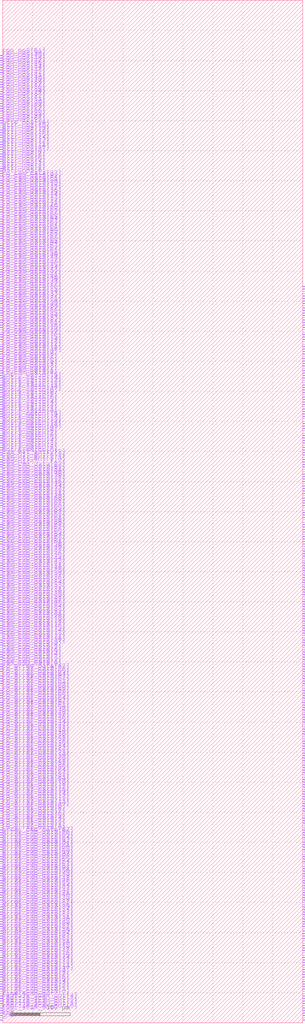
<source format=lef>
VERSION 5.7 ;
  NOWIREEXTENSIONATPIN ON ;
  DIVIDERCHAR "/" ;
  BUSBITCHARS "[]" ;
MACRO tri_cam_16x143_1r1w1c
  CLASS BLOCK ;
  FOREIGN tri_cam_16x143_1r1w1c ;
  ORIGIN 0.000 0.000 ;
  SIZE 500.000 BY 1700.000 ;
  PIN gnd
    DIRECTION INOUT ;
    USE SIGNAL ;
    PORT
      LAYER met3 ;
        RECT -4.000 4.000 0.000 4.600 ;
    END
  END gnd
  PIN vdd
    DIRECTION INOUT ;
    USE SIGNAL ;
    PORT
      LAYER met3 ;
        RECT -4.000 8.000 0.000 8.600 ;
    END
  END vdd
  PIN vcs
    DIRECTION INOUT ;
    USE SIGNAL ;
    PORT
      LAYER met3 ;
        RECT -4.000 12.000 0.000 12.600 ;
    END
  END vcs
  PIN clk
    DIRECTION INPUT ;
    USE SIGNAL ;
    PORT
      LAYER met3 ;
        RECT 500.000 4.000 504.000 4.600 ;
    END
  END clk
  PIN rst
    DIRECTION INPUT ;
    USE SIGNAL ;
    PORT
      LAYER met3 ;
        RECT 500.000 8.000 504.000 8.600 ;
    END
  END rst
  PIN tc_ccflush_dc
    DIRECTION INPUT ;
    USE SIGNAL ;
    PORT
      LAYER met3 ;
        RECT 500.000 12.000 504.000 12.600 ;
    END
  END tc_ccflush_dc
  PIN tc_scan_dis_dc_b
    DIRECTION INPUT ;
    USE SIGNAL ;
    PORT
      LAYER met3 ;
        RECT 500.000 16.000 504.000 16.600 ;
    END
  END tc_scan_dis_dc_b
  PIN tc_scan_diag_dc
    DIRECTION INPUT ;
    USE SIGNAL ;
    PORT
      LAYER met3 ;
        RECT 500.000 20.000 504.000 20.600 ;
    END
  END tc_scan_diag_dc
  PIN tc_lbist_en_dc
    DIRECTION INPUT ;
    USE SIGNAL ;
    PORT
      LAYER met3 ;
        RECT 500.000 24.000 504.000 24.600 ;
    END
  END tc_lbist_en_dc
  PIN an_ac_atpg_en_dc
    DIRECTION INPUT ;
    USE SIGNAL ;
    PORT
      LAYER met3 ;
        RECT 500.000 28.000 504.000 28.600 ;
    END
  END an_ac_atpg_en_dc
  PIN lcb_d_mode_dc
    DIRECTION INPUT ;
    USE SIGNAL ;
    PORT
      LAYER met3 ;
        RECT 500.000 32.000 504.000 32.600 ;
    END
  END lcb_d_mode_dc
  PIN lcb_clkoff_dc_b
    DIRECTION INPUT ;
    USE SIGNAL ;
    PORT
      LAYER met3 ;
        RECT 500.000 36.000 504.000 36.600 ;
    END
  END lcb_clkoff_dc_b
  PIN lcb_act_dis_dc
    DIRECTION INPUT ;
    USE SIGNAL ;
    PORT
      LAYER met3 ;
        RECT 500.000 40.000 504.000 40.600 ;
    END
  END lcb_act_dis_dc
  PIN lcb_mpw1_dc_b[0]
    DIRECTION INPUT ;
    USE SIGNAL ;
    PORT
      LAYER met3 ;
        RECT 500.000 44.000 504.000 44.600 ;
    END
  END lcb_mpw1_dc_b[0]
  PIN lcb_mpw1_dc_b[1]
    DIRECTION INPUT ;
    USE SIGNAL ;
    PORT
      LAYER met3 ;
        RECT 500.000 48.000 504.000 48.600 ;
    END
  END lcb_mpw1_dc_b[1]
  PIN lcb_mpw1_dc_b[2]
    DIRECTION INPUT ;
    USE SIGNAL ;
    PORT
      LAYER met3 ;
        RECT 500.000 52.000 504.000 52.600 ;
    END
  END lcb_mpw1_dc_b[2]
  PIN lcb_mpw1_dc_b[3]
    DIRECTION INPUT ;
    USE SIGNAL ;
    PORT
      LAYER met3 ;
        RECT 500.000 56.000 504.000 56.600 ;
    END
  END lcb_mpw1_dc_b[3]
  PIN lcb_mpw2_dc_b
    DIRECTION INPUT ;
    USE SIGNAL ;
    PORT
      LAYER met3 ;
        RECT 500.000 60.000 504.000 60.600 ;
    END
  END lcb_mpw2_dc_b
  PIN lcb_delay_lclkr_dc[0]
    DIRECTION INPUT ;
    USE SIGNAL ;
    PORT
      LAYER met3 ;
        RECT 500.000 64.000 504.000 64.600 ;
    END
  END lcb_delay_lclkr_dc[0]
  PIN lcb_delay_lclkr_dc[1]
    DIRECTION INPUT ;
    USE SIGNAL ;
    PORT
      LAYER met3 ;
        RECT 500.000 68.000 504.000 68.600 ;
    END
  END lcb_delay_lclkr_dc[1]
  PIN lcb_delay_lclkr_dc[2]
    DIRECTION INPUT ;
    USE SIGNAL ;
    PORT
      LAYER met3 ;
        RECT 500.000 72.000 504.000 72.600 ;
    END
  END lcb_delay_lclkr_dc[2]
  PIN lcb_delay_lclkr_dc[3]
    DIRECTION INPUT ;
    USE SIGNAL ;
    PORT
      LAYER met3 ;
        RECT 500.000 76.000 504.000 76.600 ;
    END
  END lcb_delay_lclkr_dc[3]
  PIN pc_sg_2
    DIRECTION INPUT ;
    USE SIGNAL ;
    PORT
      LAYER met3 ;
        RECT 500.000 80.000 504.000 80.600 ;
    END
  END pc_sg_2
  PIN pc_func_slp_sl_thold_2
    DIRECTION INPUT ;
    USE SIGNAL ;
    PORT
      LAYER met3 ;
        RECT 500.000 84.000 504.000 84.600 ;
    END
  END pc_func_slp_sl_thold_2
  PIN pc_func_slp_nsl_thold_2
    DIRECTION INPUT ;
    USE SIGNAL ;
    PORT
      LAYER met3 ;
        RECT 500.000 88.000 504.000 88.600 ;
    END
  END pc_func_slp_nsl_thold_2
  PIN pc_regf_slp_sl_thold_2
    DIRECTION INPUT ;
    USE SIGNAL ;
    PORT
      LAYER met3 ;
        RECT 500.000 92.000 504.000 92.600 ;
    END
  END pc_regf_slp_sl_thold_2
  PIN pc_time_sl_thold_2
    DIRECTION INPUT ;
    USE SIGNAL ;
    PORT
      LAYER met3 ;
        RECT 500.000 96.000 504.000 96.600 ;
    END
  END pc_time_sl_thold_2
  PIN pc_fce_2
    DIRECTION INPUT ;
    USE SIGNAL ;
    PORT
      LAYER met3 ;
        RECT 500.000 100.000 504.000 100.600 ;
    END
  END pc_fce_2
  PIN func_scan_in
    DIRECTION INPUT ;
    USE SIGNAL ;
    PORT
      LAYER met3 ;
        RECT 500.000 104.000 504.000 104.600 ;
    END
  END func_scan_in
  PIN func_scan_out
    DIRECTION OUTPUT TRISTATE ;
    USE SIGNAL ;
    PORT
      LAYER met3 ;
        RECT -4.000 16.000 0.000 16.600 ;
    END
  END func_scan_out
  PIN regfile_scan_in[0]
    DIRECTION INPUT ;
    USE SIGNAL ;
    PORT
      LAYER met3 ;
        RECT 500.000 108.000 504.000 108.600 ;
    END
  END regfile_scan_in[0]
  PIN regfile_scan_in[1]
    DIRECTION INPUT ;
    USE SIGNAL ;
    PORT
      LAYER met3 ;
        RECT 500.000 112.000 504.000 112.600 ;
    END
  END regfile_scan_in[1]
  PIN regfile_scan_in[2]
    DIRECTION INPUT ;
    USE SIGNAL ;
    PORT
      LAYER met3 ;
        RECT 500.000 116.000 504.000 116.600 ;
    END
  END regfile_scan_in[2]
  PIN regfile_scan_in[3]
    DIRECTION INPUT ;
    USE SIGNAL ;
    PORT
      LAYER met3 ;
        RECT 500.000 120.000 504.000 120.600 ;
    END
  END regfile_scan_in[3]
  PIN regfile_scan_in[4]
    DIRECTION INPUT ;
    USE SIGNAL ;
    PORT
      LAYER met3 ;
        RECT 500.000 124.000 504.000 124.600 ;
    END
  END regfile_scan_in[4]
  PIN regfile_scan_out[0]
    DIRECTION OUTPUT TRISTATE ;
    USE SIGNAL ;
    PORT
      LAYER met3 ;
        RECT -4.000 20.000 0.000 20.600 ;
    END
  END regfile_scan_out[0]
  PIN regfile_scan_out[1]
    DIRECTION OUTPUT TRISTATE ;
    USE SIGNAL ;
    PORT
      LAYER met3 ;
        RECT -4.000 24.000 0.000 24.600 ;
    END
  END regfile_scan_out[1]
  PIN regfile_scan_out[2]
    DIRECTION OUTPUT TRISTATE ;
    USE SIGNAL ;
    PORT
      LAYER met3 ;
        RECT -4.000 28.000 0.000 28.600 ;
    END
  END regfile_scan_out[2]
  PIN regfile_scan_out[3]
    DIRECTION OUTPUT TRISTATE ;
    USE SIGNAL ;
    PORT
      LAYER met3 ;
        RECT -4.000 32.000 0.000 32.600 ;
    END
  END regfile_scan_out[3]
  PIN regfile_scan_out[4]
    DIRECTION OUTPUT TRISTATE ;
    USE SIGNAL ;
    PORT
      LAYER met3 ;
        RECT -4.000 36.000 0.000 36.600 ;
    END
  END regfile_scan_out[4]
  PIN time_scan_in
    DIRECTION INPUT ;
    USE SIGNAL ;
    PORT
      LAYER met3 ;
        RECT 500.000 128.000 504.000 128.600 ;
    END
  END time_scan_in
  PIN time_scan_out
    DIRECTION OUTPUT TRISTATE ;
    USE SIGNAL ;
    PORT
      LAYER met3 ;
        RECT -4.000 40.000 0.000 40.600 ;
    END
  END time_scan_out
  PIN rd_val
    DIRECTION INPUT ;
    USE SIGNAL ;
    PORT
      LAYER met3 ;
        RECT 500.000 132.000 504.000 132.600 ;
    END
  END rd_val
  PIN rd_val_late
    DIRECTION INPUT ;
    USE SIGNAL ;
    PORT
      LAYER met3 ;
        RECT 500.000 136.000 504.000 136.600 ;
    END
  END rd_val_late
  PIN rw_entry[0]
    DIRECTION INPUT ;
    USE SIGNAL ;
    PORT
      LAYER met3 ;
        RECT 500.000 140.000 504.000 140.600 ;
    END
  END rw_entry[0]
  PIN rw_entry[1]
    DIRECTION INPUT ;
    USE SIGNAL ;
    PORT
      LAYER met3 ;
        RECT 500.000 144.000 504.000 144.600 ;
    END
  END rw_entry[1]
  PIN rw_entry[2]
    DIRECTION INPUT ;
    USE SIGNAL ;
    PORT
      LAYER met3 ;
        RECT 500.000 148.000 504.000 148.600 ;
    END
  END rw_entry[2]
  PIN rw_entry[3]
    DIRECTION INPUT ;
    USE SIGNAL ;
    PORT
      LAYER met3 ;
        RECT 500.000 152.000 504.000 152.600 ;
    END
  END rw_entry[3]
  PIN wr_array_data[0]
    DIRECTION INPUT ;
    USE SIGNAL ;
    PORT
      LAYER met3 ;
        RECT 500.000 156.000 504.000 156.600 ;
    END
  END wr_array_data[0]
  PIN wr_array_data[1]
    DIRECTION INPUT ;
    USE SIGNAL ;
    PORT
      LAYER met3 ;
        RECT 500.000 160.000 504.000 160.600 ;
    END
  END wr_array_data[1]
  PIN wr_array_data[2]
    DIRECTION INPUT ;
    USE SIGNAL ;
    PORT
      LAYER met3 ;
        RECT 500.000 164.000 504.000 164.600 ;
    END
  END wr_array_data[2]
  PIN wr_array_data[3]
    DIRECTION INPUT ;
    USE SIGNAL ;
    PORT
      LAYER met3 ;
        RECT 500.000 168.000 504.000 168.600 ;
    END
  END wr_array_data[3]
  PIN wr_array_data[4]
    DIRECTION INPUT ;
    USE SIGNAL ;
    PORT
      LAYER met3 ;
        RECT 500.000 172.000 504.000 172.600 ;
    END
  END wr_array_data[4]
  PIN wr_array_data[5]
    DIRECTION INPUT ;
    USE SIGNAL ;
    PORT
      LAYER met3 ;
        RECT 500.000 176.000 504.000 176.600 ;
    END
  END wr_array_data[5]
  PIN wr_array_data[6]
    DIRECTION INPUT ;
    USE SIGNAL ;
    PORT
      LAYER met3 ;
        RECT 500.000 180.000 504.000 180.600 ;
    END
  END wr_array_data[6]
  PIN wr_array_data[7]
    DIRECTION INPUT ;
    USE SIGNAL ;
    PORT
      LAYER met3 ;
        RECT 500.000 184.000 504.000 184.600 ;
    END
  END wr_array_data[7]
  PIN wr_array_data[8]
    DIRECTION INPUT ;
    USE SIGNAL ;
    PORT
      LAYER met3 ;
        RECT 500.000 188.000 504.000 188.600 ;
    END
  END wr_array_data[8]
  PIN wr_array_data[9]
    DIRECTION INPUT ;
    USE SIGNAL ;
    PORT
      LAYER met3 ;
        RECT 500.000 192.000 504.000 192.600 ;
    END
  END wr_array_data[9]
  PIN wr_array_data[10]
    DIRECTION INPUT ;
    USE SIGNAL ;
    PORT
      LAYER met3 ;
        RECT 500.000 196.000 504.000 196.600 ;
    END
  END wr_array_data[10]
  PIN wr_array_data[11]
    DIRECTION INPUT ;
    USE SIGNAL ;
    PORT
      LAYER met3 ;
        RECT 500.000 200.000 504.000 200.600 ;
    END
  END wr_array_data[11]
  PIN wr_array_data[12]
    DIRECTION INPUT ;
    USE SIGNAL ;
    PORT
      LAYER met3 ;
        RECT 500.000 204.000 504.000 204.600 ;
    END
  END wr_array_data[12]
  PIN wr_array_data[13]
    DIRECTION INPUT ;
    USE SIGNAL ;
    PORT
      LAYER met3 ;
        RECT 500.000 208.000 504.000 208.600 ;
    END
  END wr_array_data[13]
  PIN wr_array_data[14]
    DIRECTION INPUT ;
    USE SIGNAL ;
    PORT
      LAYER met3 ;
        RECT 500.000 212.000 504.000 212.600 ;
    END
  END wr_array_data[14]
  PIN wr_array_data[15]
    DIRECTION INPUT ;
    USE SIGNAL ;
    PORT
      LAYER met3 ;
        RECT 500.000 216.000 504.000 216.600 ;
    END
  END wr_array_data[15]
  PIN wr_array_data[16]
    DIRECTION INPUT ;
    USE SIGNAL ;
    PORT
      LAYER met3 ;
        RECT 500.000 220.000 504.000 220.600 ;
    END
  END wr_array_data[16]
  PIN wr_array_data[17]
    DIRECTION INPUT ;
    USE SIGNAL ;
    PORT
      LAYER met3 ;
        RECT 500.000 224.000 504.000 224.600 ;
    END
  END wr_array_data[17]
  PIN wr_array_data[18]
    DIRECTION INPUT ;
    USE SIGNAL ;
    PORT
      LAYER met3 ;
        RECT 500.000 228.000 504.000 228.600 ;
    END
  END wr_array_data[18]
  PIN wr_array_data[19]
    DIRECTION INPUT ;
    USE SIGNAL ;
    PORT
      LAYER met3 ;
        RECT 500.000 232.000 504.000 232.600 ;
    END
  END wr_array_data[19]
  PIN wr_array_data[20]
    DIRECTION INPUT ;
    USE SIGNAL ;
    PORT
      LAYER met3 ;
        RECT 500.000 236.000 504.000 236.600 ;
    END
  END wr_array_data[20]
  PIN wr_array_data[21]
    DIRECTION INPUT ;
    USE SIGNAL ;
    PORT
      LAYER met3 ;
        RECT 500.000 240.000 504.000 240.600 ;
    END
  END wr_array_data[21]
  PIN wr_array_data[22]
    DIRECTION INPUT ;
    USE SIGNAL ;
    PORT
      LAYER met3 ;
        RECT 500.000 244.000 504.000 244.600 ;
    END
  END wr_array_data[22]
  PIN wr_array_data[23]
    DIRECTION INPUT ;
    USE SIGNAL ;
    PORT
      LAYER met3 ;
        RECT 500.000 248.000 504.000 248.600 ;
    END
  END wr_array_data[23]
  PIN wr_array_data[24]
    DIRECTION INPUT ;
    USE SIGNAL ;
    PORT
      LAYER met3 ;
        RECT 500.000 252.000 504.000 252.600 ;
    END
  END wr_array_data[24]
  PIN wr_array_data[25]
    DIRECTION INPUT ;
    USE SIGNAL ;
    PORT
      LAYER met3 ;
        RECT 500.000 256.000 504.000 256.600 ;
    END
  END wr_array_data[25]
  PIN wr_array_data[26]
    DIRECTION INPUT ;
    USE SIGNAL ;
    PORT
      LAYER met3 ;
        RECT 500.000 260.000 504.000 260.600 ;
    END
  END wr_array_data[26]
  PIN wr_array_data[27]
    DIRECTION INPUT ;
    USE SIGNAL ;
    PORT
      LAYER met3 ;
        RECT 500.000 264.000 504.000 264.600 ;
    END
  END wr_array_data[27]
  PIN wr_array_data[28]
    DIRECTION INPUT ;
    USE SIGNAL ;
    PORT
      LAYER met3 ;
        RECT 500.000 268.000 504.000 268.600 ;
    END
  END wr_array_data[28]
  PIN wr_array_data[29]
    DIRECTION INPUT ;
    USE SIGNAL ;
    PORT
      LAYER met3 ;
        RECT 500.000 272.000 504.000 272.600 ;
    END
  END wr_array_data[29]
  PIN wr_array_data[30]
    DIRECTION INPUT ;
    USE SIGNAL ;
    PORT
      LAYER met3 ;
        RECT 500.000 276.000 504.000 276.600 ;
    END
  END wr_array_data[30]
  PIN wr_array_data[31]
    DIRECTION INPUT ;
    USE SIGNAL ;
    PORT
      LAYER met3 ;
        RECT 500.000 280.000 504.000 280.600 ;
    END
  END wr_array_data[31]
  PIN wr_array_data[32]
    DIRECTION INPUT ;
    USE SIGNAL ;
    PORT
      LAYER met3 ;
        RECT 500.000 284.000 504.000 284.600 ;
    END
  END wr_array_data[32]
  PIN wr_array_data[33]
    DIRECTION INPUT ;
    USE SIGNAL ;
    PORT
      LAYER met3 ;
        RECT 500.000 288.000 504.000 288.600 ;
    END
  END wr_array_data[33]
  PIN wr_array_data[34]
    DIRECTION INPUT ;
    USE SIGNAL ;
    PORT
      LAYER met3 ;
        RECT 500.000 292.000 504.000 292.600 ;
    END
  END wr_array_data[34]
  PIN wr_array_data[35]
    DIRECTION INPUT ;
    USE SIGNAL ;
    PORT
      LAYER met3 ;
        RECT 500.000 296.000 504.000 296.600 ;
    END
  END wr_array_data[35]
  PIN wr_array_data[36]
    DIRECTION INPUT ;
    USE SIGNAL ;
    PORT
      LAYER met3 ;
        RECT 500.000 300.000 504.000 300.600 ;
    END
  END wr_array_data[36]
  PIN wr_array_data[37]
    DIRECTION INPUT ;
    USE SIGNAL ;
    PORT
      LAYER met3 ;
        RECT 500.000 304.000 504.000 304.600 ;
    END
  END wr_array_data[37]
  PIN wr_array_data[38]
    DIRECTION INPUT ;
    USE SIGNAL ;
    PORT
      LAYER met3 ;
        RECT 500.000 308.000 504.000 308.600 ;
    END
  END wr_array_data[38]
  PIN wr_array_data[39]
    DIRECTION INPUT ;
    USE SIGNAL ;
    PORT
      LAYER met3 ;
        RECT 500.000 312.000 504.000 312.600 ;
    END
  END wr_array_data[39]
  PIN wr_array_data[40]
    DIRECTION INPUT ;
    USE SIGNAL ;
    PORT
      LAYER met3 ;
        RECT 500.000 316.000 504.000 316.600 ;
    END
  END wr_array_data[40]
  PIN wr_array_data[41]
    DIRECTION INPUT ;
    USE SIGNAL ;
    PORT
      LAYER met3 ;
        RECT 500.000 320.000 504.000 320.600 ;
    END
  END wr_array_data[41]
  PIN wr_array_data[42]
    DIRECTION INPUT ;
    USE SIGNAL ;
    PORT
      LAYER met3 ;
        RECT 500.000 324.000 504.000 324.600 ;
    END
  END wr_array_data[42]
  PIN wr_array_data[43]
    DIRECTION INPUT ;
    USE SIGNAL ;
    PORT
      LAYER met3 ;
        RECT 500.000 328.000 504.000 328.600 ;
    END
  END wr_array_data[43]
  PIN wr_array_data[44]
    DIRECTION INPUT ;
    USE SIGNAL ;
    PORT
      LAYER met3 ;
        RECT 500.000 332.000 504.000 332.600 ;
    END
  END wr_array_data[44]
  PIN wr_array_data[45]
    DIRECTION INPUT ;
    USE SIGNAL ;
    PORT
      LAYER met3 ;
        RECT 500.000 336.000 504.000 336.600 ;
    END
  END wr_array_data[45]
  PIN wr_array_data[46]
    DIRECTION INPUT ;
    USE SIGNAL ;
    PORT
      LAYER met3 ;
        RECT 500.000 340.000 504.000 340.600 ;
    END
  END wr_array_data[46]
  PIN wr_array_data[47]
    DIRECTION INPUT ;
    USE SIGNAL ;
    PORT
      LAYER met3 ;
        RECT 500.000 344.000 504.000 344.600 ;
    END
  END wr_array_data[47]
  PIN wr_array_data[48]
    DIRECTION INPUT ;
    USE SIGNAL ;
    PORT
      LAYER met3 ;
        RECT 500.000 348.000 504.000 348.600 ;
    END
  END wr_array_data[48]
  PIN wr_array_data[49]
    DIRECTION INPUT ;
    USE SIGNAL ;
    PORT
      LAYER met3 ;
        RECT 500.000 352.000 504.000 352.600 ;
    END
  END wr_array_data[49]
  PIN wr_array_data[50]
    DIRECTION INPUT ;
    USE SIGNAL ;
    PORT
      LAYER met3 ;
        RECT 500.000 356.000 504.000 356.600 ;
    END
  END wr_array_data[50]
  PIN wr_array_data[51]
    DIRECTION INPUT ;
    USE SIGNAL ;
    PORT
      LAYER met3 ;
        RECT 500.000 360.000 504.000 360.600 ;
    END
  END wr_array_data[51]
  PIN wr_array_data[52]
    DIRECTION INPUT ;
    USE SIGNAL ;
    PORT
      LAYER met3 ;
        RECT 500.000 364.000 504.000 364.600 ;
    END
  END wr_array_data[52]
  PIN wr_array_data[53]
    DIRECTION INPUT ;
    USE SIGNAL ;
    PORT
      LAYER met3 ;
        RECT 500.000 368.000 504.000 368.600 ;
    END
  END wr_array_data[53]
  PIN wr_array_data[54]
    DIRECTION INPUT ;
    USE SIGNAL ;
    PORT
      LAYER met3 ;
        RECT 500.000 372.000 504.000 372.600 ;
    END
  END wr_array_data[54]
  PIN wr_array_data[55]
    DIRECTION INPUT ;
    USE SIGNAL ;
    PORT
      LAYER met3 ;
        RECT 500.000 376.000 504.000 376.600 ;
    END
  END wr_array_data[55]
  PIN wr_array_data[56]
    DIRECTION INPUT ;
    USE SIGNAL ;
    PORT
      LAYER met3 ;
        RECT 500.000 380.000 504.000 380.600 ;
    END
  END wr_array_data[56]
  PIN wr_array_data[57]
    DIRECTION INPUT ;
    USE SIGNAL ;
    PORT
      LAYER met3 ;
        RECT 500.000 384.000 504.000 384.600 ;
    END
  END wr_array_data[57]
  PIN wr_array_data[58]
    DIRECTION INPUT ;
    USE SIGNAL ;
    PORT
      LAYER met3 ;
        RECT 500.000 388.000 504.000 388.600 ;
    END
  END wr_array_data[58]
  PIN wr_array_data[59]
    DIRECTION INPUT ;
    USE SIGNAL ;
    PORT
      LAYER met3 ;
        RECT 500.000 392.000 504.000 392.600 ;
    END
  END wr_array_data[59]
  PIN wr_array_data[60]
    DIRECTION INPUT ;
    USE SIGNAL ;
    PORT
      LAYER met3 ;
        RECT 500.000 396.000 504.000 396.600 ;
    END
  END wr_array_data[60]
  PIN wr_array_data[61]
    DIRECTION INPUT ;
    USE SIGNAL ;
    PORT
      LAYER met3 ;
        RECT 500.000 400.000 504.000 400.600 ;
    END
  END wr_array_data[61]
  PIN wr_array_data[62]
    DIRECTION INPUT ;
    USE SIGNAL ;
    PORT
      LAYER met3 ;
        RECT 500.000 404.000 504.000 404.600 ;
    END
  END wr_array_data[62]
  PIN wr_array_data[63]
    DIRECTION INPUT ;
    USE SIGNAL ;
    PORT
      LAYER met3 ;
        RECT 500.000 408.000 504.000 408.600 ;
    END
  END wr_array_data[63]
  PIN wr_array_data[64]
    DIRECTION INPUT ;
    USE SIGNAL ;
    PORT
      LAYER met3 ;
        RECT 500.000 412.000 504.000 412.600 ;
    END
  END wr_array_data[64]
  PIN wr_array_data[65]
    DIRECTION INPUT ;
    USE SIGNAL ;
    PORT
      LAYER met3 ;
        RECT 500.000 416.000 504.000 416.600 ;
    END
  END wr_array_data[65]
  PIN wr_array_data[66]
    DIRECTION INPUT ;
    USE SIGNAL ;
    PORT
      LAYER met3 ;
        RECT 500.000 420.000 504.000 420.600 ;
    END
  END wr_array_data[66]
  PIN wr_array_data[67]
    DIRECTION INPUT ;
    USE SIGNAL ;
    PORT
      LAYER met3 ;
        RECT 500.000 424.000 504.000 424.600 ;
    END
  END wr_array_data[67]
  PIN wr_cam_data[0]
    DIRECTION INPUT ;
    USE SIGNAL ;
    PORT
      LAYER met3 ;
        RECT 500.000 428.000 504.000 428.600 ;
    END
  END wr_cam_data[0]
  PIN wr_cam_data[1]
    DIRECTION INPUT ;
    USE SIGNAL ;
    PORT
      LAYER met3 ;
        RECT 500.000 432.000 504.000 432.600 ;
    END
  END wr_cam_data[1]
  PIN wr_cam_data[2]
    DIRECTION INPUT ;
    USE SIGNAL ;
    PORT
      LAYER met3 ;
        RECT 500.000 436.000 504.000 436.600 ;
    END
  END wr_cam_data[2]
  PIN wr_cam_data[3]
    DIRECTION INPUT ;
    USE SIGNAL ;
    PORT
      LAYER met3 ;
        RECT 500.000 440.000 504.000 440.600 ;
    END
  END wr_cam_data[3]
  PIN wr_cam_data[4]
    DIRECTION INPUT ;
    USE SIGNAL ;
    PORT
      LAYER met3 ;
        RECT 500.000 444.000 504.000 444.600 ;
    END
  END wr_cam_data[4]
  PIN wr_cam_data[5]
    DIRECTION INPUT ;
    USE SIGNAL ;
    PORT
      LAYER met3 ;
        RECT 500.000 448.000 504.000 448.600 ;
    END
  END wr_cam_data[5]
  PIN wr_cam_data[6]
    DIRECTION INPUT ;
    USE SIGNAL ;
    PORT
      LAYER met3 ;
        RECT 500.000 452.000 504.000 452.600 ;
    END
  END wr_cam_data[6]
  PIN wr_cam_data[7]
    DIRECTION INPUT ;
    USE SIGNAL ;
    PORT
      LAYER met3 ;
        RECT 500.000 456.000 504.000 456.600 ;
    END
  END wr_cam_data[7]
  PIN wr_cam_data[8]
    DIRECTION INPUT ;
    USE SIGNAL ;
    PORT
      LAYER met3 ;
        RECT 500.000 460.000 504.000 460.600 ;
    END
  END wr_cam_data[8]
  PIN wr_cam_data[9]
    DIRECTION INPUT ;
    USE SIGNAL ;
    PORT
      LAYER met3 ;
        RECT 500.000 464.000 504.000 464.600 ;
    END
  END wr_cam_data[9]
  PIN wr_cam_data[10]
    DIRECTION INPUT ;
    USE SIGNAL ;
    PORT
      LAYER met3 ;
        RECT 500.000 468.000 504.000 468.600 ;
    END
  END wr_cam_data[10]
  PIN wr_cam_data[11]
    DIRECTION INPUT ;
    USE SIGNAL ;
    PORT
      LAYER met3 ;
        RECT 500.000 472.000 504.000 472.600 ;
    END
  END wr_cam_data[11]
  PIN wr_cam_data[12]
    DIRECTION INPUT ;
    USE SIGNAL ;
    PORT
      LAYER met3 ;
        RECT 500.000 476.000 504.000 476.600 ;
    END
  END wr_cam_data[12]
  PIN wr_cam_data[13]
    DIRECTION INPUT ;
    USE SIGNAL ;
    PORT
      LAYER met3 ;
        RECT 500.000 480.000 504.000 480.600 ;
    END
  END wr_cam_data[13]
  PIN wr_cam_data[14]
    DIRECTION INPUT ;
    USE SIGNAL ;
    PORT
      LAYER met3 ;
        RECT 500.000 484.000 504.000 484.600 ;
    END
  END wr_cam_data[14]
  PIN wr_cam_data[15]
    DIRECTION INPUT ;
    USE SIGNAL ;
    PORT
      LAYER met3 ;
        RECT 500.000 488.000 504.000 488.600 ;
    END
  END wr_cam_data[15]
  PIN wr_cam_data[16]
    DIRECTION INPUT ;
    USE SIGNAL ;
    PORT
      LAYER met3 ;
        RECT 500.000 492.000 504.000 492.600 ;
    END
  END wr_cam_data[16]
  PIN wr_cam_data[17]
    DIRECTION INPUT ;
    USE SIGNAL ;
    PORT
      LAYER met3 ;
        RECT 500.000 496.000 504.000 496.600 ;
    END
  END wr_cam_data[17]
  PIN wr_cam_data[18]
    DIRECTION INPUT ;
    USE SIGNAL ;
    PORT
      LAYER met3 ;
        RECT 500.000 500.000 504.000 500.600 ;
    END
  END wr_cam_data[18]
  PIN wr_cam_data[19]
    DIRECTION INPUT ;
    USE SIGNAL ;
    PORT
      LAYER met3 ;
        RECT 500.000 504.000 504.000 504.600 ;
    END
  END wr_cam_data[19]
  PIN wr_cam_data[20]
    DIRECTION INPUT ;
    USE SIGNAL ;
    PORT
      LAYER met3 ;
        RECT 500.000 508.000 504.000 508.600 ;
    END
  END wr_cam_data[20]
  PIN wr_cam_data[21]
    DIRECTION INPUT ;
    USE SIGNAL ;
    PORT
      LAYER met3 ;
        RECT 500.000 512.000 504.000 512.600 ;
    END
  END wr_cam_data[21]
  PIN wr_cam_data[22]
    DIRECTION INPUT ;
    USE SIGNAL ;
    PORT
      LAYER met3 ;
        RECT 500.000 516.000 504.000 516.600 ;
    END
  END wr_cam_data[22]
  PIN wr_cam_data[23]
    DIRECTION INPUT ;
    USE SIGNAL ;
    PORT
      LAYER met3 ;
        RECT 500.000 520.000 504.000 520.600 ;
    END
  END wr_cam_data[23]
  PIN wr_cam_data[24]
    DIRECTION INPUT ;
    USE SIGNAL ;
    PORT
      LAYER met3 ;
        RECT 500.000 524.000 504.000 524.600 ;
    END
  END wr_cam_data[24]
  PIN wr_cam_data[25]
    DIRECTION INPUT ;
    USE SIGNAL ;
    PORT
      LAYER met3 ;
        RECT 500.000 528.000 504.000 528.600 ;
    END
  END wr_cam_data[25]
  PIN wr_cam_data[26]
    DIRECTION INPUT ;
    USE SIGNAL ;
    PORT
      LAYER met3 ;
        RECT 500.000 532.000 504.000 532.600 ;
    END
  END wr_cam_data[26]
  PIN wr_cam_data[27]
    DIRECTION INPUT ;
    USE SIGNAL ;
    PORT
      LAYER met3 ;
        RECT 500.000 536.000 504.000 536.600 ;
    END
  END wr_cam_data[27]
  PIN wr_cam_data[28]
    DIRECTION INPUT ;
    USE SIGNAL ;
    PORT
      LAYER met3 ;
        RECT 500.000 540.000 504.000 540.600 ;
    END
  END wr_cam_data[28]
  PIN wr_cam_data[29]
    DIRECTION INPUT ;
    USE SIGNAL ;
    PORT
      LAYER met3 ;
        RECT 500.000 544.000 504.000 544.600 ;
    END
  END wr_cam_data[29]
  PIN wr_cam_data[30]
    DIRECTION INPUT ;
    USE SIGNAL ;
    PORT
      LAYER met3 ;
        RECT 500.000 548.000 504.000 548.600 ;
    END
  END wr_cam_data[30]
  PIN wr_cam_data[31]
    DIRECTION INPUT ;
    USE SIGNAL ;
    PORT
      LAYER met3 ;
        RECT 500.000 552.000 504.000 552.600 ;
    END
  END wr_cam_data[31]
  PIN wr_cam_data[32]
    DIRECTION INPUT ;
    USE SIGNAL ;
    PORT
      LAYER met3 ;
        RECT 500.000 556.000 504.000 556.600 ;
    END
  END wr_cam_data[32]
  PIN wr_cam_data[33]
    DIRECTION INPUT ;
    USE SIGNAL ;
    PORT
      LAYER met3 ;
        RECT 500.000 560.000 504.000 560.600 ;
    END
  END wr_cam_data[33]
  PIN wr_cam_data[34]
    DIRECTION INPUT ;
    USE SIGNAL ;
    PORT
      LAYER met3 ;
        RECT 500.000 564.000 504.000 564.600 ;
    END
  END wr_cam_data[34]
  PIN wr_cam_data[35]
    DIRECTION INPUT ;
    USE SIGNAL ;
    PORT
      LAYER met3 ;
        RECT 500.000 568.000 504.000 568.600 ;
    END
  END wr_cam_data[35]
  PIN wr_cam_data[36]
    DIRECTION INPUT ;
    USE SIGNAL ;
    PORT
      LAYER met3 ;
        RECT 500.000 572.000 504.000 572.600 ;
    END
  END wr_cam_data[36]
  PIN wr_cam_data[37]
    DIRECTION INPUT ;
    USE SIGNAL ;
    PORT
      LAYER met3 ;
        RECT 500.000 576.000 504.000 576.600 ;
    END
  END wr_cam_data[37]
  PIN wr_cam_data[38]
    DIRECTION INPUT ;
    USE SIGNAL ;
    PORT
      LAYER met3 ;
        RECT 500.000 580.000 504.000 580.600 ;
    END
  END wr_cam_data[38]
  PIN wr_cam_data[39]
    DIRECTION INPUT ;
    USE SIGNAL ;
    PORT
      LAYER met3 ;
        RECT 500.000 584.000 504.000 584.600 ;
    END
  END wr_cam_data[39]
  PIN wr_cam_data[40]
    DIRECTION INPUT ;
    USE SIGNAL ;
    PORT
      LAYER met3 ;
        RECT 500.000 588.000 504.000 588.600 ;
    END
  END wr_cam_data[40]
  PIN wr_cam_data[41]
    DIRECTION INPUT ;
    USE SIGNAL ;
    PORT
      LAYER met3 ;
        RECT 500.000 592.000 504.000 592.600 ;
    END
  END wr_cam_data[41]
  PIN wr_cam_data[42]
    DIRECTION INPUT ;
    USE SIGNAL ;
    PORT
      LAYER met3 ;
        RECT 500.000 596.000 504.000 596.600 ;
    END
  END wr_cam_data[42]
  PIN wr_cam_data[43]
    DIRECTION INPUT ;
    USE SIGNAL ;
    PORT
      LAYER met3 ;
        RECT 500.000 600.000 504.000 600.600 ;
    END
  END wr_cam_data[43]
  PIN wr_cam_data[44]
    DIRECTION INPUT ;
    USE SIGNAL ;
    PORT
      LAYER met3 ;
        RECT 500.000 604.000 504.000 604.600 ;
    END
  END wr_cam_data[44]
  PIN wr_cam_data[45]
    DIRECTION INPUT ;
    USE SIGNAL ;
    PORT
      LAYER met3 ;
        RECT 500.000 608.000 504.000 608.600 ;
    END
  END wr_cam_data[45]
  PIN wr_cam_data[46]
    DIRECTION INPUT ;
    USE SIGNAL ;
    PORT
      LAYER met3 ;
        RECT 500.000 612.000 504.000 612.600 ;
    END
  END wr_cam_data[46]
  PIN wr_cam_data[47]
    DIRECTION INPUT ;
    USE SIGNAL ;
    PORT
      LAYER met3 ;
        RECT 500.000 616.000 504.000 616.600 ;
    END
  END wr_cam_data[47]
  PIN wr_cam_data[48]
    DIRECTION INPUT ;
    USE SIGNAL ;
    PORT
      LAYER met3 ;
        RECT 500.000 620.000 504.000 620.600 ;
    END
  END wr_cam_data[48]
  PIN wr_cam_data[49]
    DIRECTION INPUT ;
    USE SIGNAL ;
    PORT
      LAYER met3 ;
        RECT 500.000 624.000 504.000 624.600 ;
    END
  END wr_cam_data[49]
  PIN wr_cam_data[50]
    DIRECTION INPUT ;
    USE SIGNAL ;
    PORT
      LAYER met3 ;
        RECT 500.000 628.000 504.000 628.600 ;
    END
  END wr_cam_data[50]
  PIN wr_cam_data[51]
    DIRECTION INPUT ;
    USE SIGNAL ;
    PORT
      LAYER met3 ;
        RECT 500.000 632.000 504.000 632.600 ;
    END
  END wr_cam_data[51]
  PIN wr_cam_data[52]
    DIRECTION INPUT ;
    USE SIGNAL ;
    PORT
      LAYER met3 ;
        RECT 500.000 636.000 504.000 636.600 ;
    END
  END wr_cam_data[52]
  PIN wr_cam_data[53]
    DIRECTION INPUT ;
    USE SIGNAL ;
    PORT
      LAYER met3 ;
        RECT 500.000 640.000 504.000 640.600 ;
    END
  END wr_cam_data[53]
  PIN wr_cam_data[54]
    DIRECTION INPUT ;
    USE SIGNAL ;
    PORT
      LAYER met3 ;
        RECT 500.000 644.000 504.000 644.600 ;
    END
  END wr_cam_data[54]
  PIN wr_cam_data[55]
    DIRECTION INPUT ;
    USE SIGNAL ;
    PORT
      LAYER met3 ;
        RECT 500.000 648.000 504.000 648.600 ;
    END
  END wr_cam_data[55]
  PIN wr_cam_data[56]
    DIRECTION INPUT ;
    USE SIGNAL ;
    PORT
      LAYER met3 ;
        RECT 500.000 652.000 504.000 652.600 ;
    END
  END wr_cam_data[56]
  PIN wr_cam_data[57]
    DIRECTION INPUT ;
    USE SIGNAL ;
    PORT
      LAYER met3 ;
        RECT 500.000 656.000 504.000 656.600 ;
    END
  END wr_cam_data[57]
  PIN wr_cam_data[58]
    DIRECTION INPUT ;
    USE SIGNAL ;
    PORT
      LAYER met3 ;
        RECT 500.000 660.000 504.000 660.600 ;
    END
  END wr_cam_data[58]
  PIN wr_cam_data[59]
    DIRECTION INPUT ;
    USE SIGNAL ;
    PORT
      LAYER met3 ;
        RECT 500.000 664.000 504.000 664.600 ;
    END
  END wr_cam_data[59]
  PIN wr_cam_data[60]
    DIRECTION INPUT ;
    USE SIGNAL ;
    PORT
      LAYER met3 ;
        RECT 500.000 668.000 504.000 668.600 ;
    END
  END wr_cam_data[60]
  PIN wr_cam_data[61]
    DIRECTION INPUT ;
    USE SIGNAL ;
    PORT
      LAYER met3 ;
        RECT 500.000 672.000 504.000 672.600 ;
    END
  END wr_cam_data[61]
  PIN wr_cam_data[62]
    DIRECTION INPUT ;
    USE SIGNAL ;
    PORT
      LAYER met3 ;
        RECT 500.000 676.000 504.000 676.600 ;
    END
  END wr_cam_data[62]
  PIN wr_cam_data[63]
    DIRECTION INPUT ;
    USE SIGNAL ;
    PORT
      LAYER met3 ;
        RECT 500.000 680.000 504.000 680.600 ;
    END
  END wr_cam_data[63]
  PIN wr_cam_data[64]
    DIRECTION INPUT ;
    USE SIGNAL ;
    PORT
      LAYER met3 ;
        RECT 500.000 684.000 504.000 684.600 ;
    END
  END wr_cam_data[64]
  PIN wr_cam_data[65]
    DIRECTION INPUT ;
    USE SIGNAL ;
    PORT
      LAYER met3 ;
        RECT 500.000 688.000 504.000 688.600 ;
    END
  END wr_cam_data[65]
  PIN wr_cam_data[66]
    DIRECTION INPUT ;
    USE SIGNAL ;
    PORT
      LAYER met3 ;
        RECT 500.000 692.000 504.000 692.600 ;
    END
  END wr_cam_data[66]
  PIN wr_cam_data[67]
    DIRECTION INPUT ;
    USE SIGNAL ;
    PORT
      LAYER met3 ;
        RECT 500.000 696.000 504.000 696.600 ;
    END
  END wr_cam_data[67]
  PIN wr_cam_data[68]
    DIRECTION INPUT ;
    USE SIGNAL ;
    PORT
      LAYER met3 ;
        RECT 500.000 700.000 504.000 700.600 ;
    END
  END wr_cam_data[68]
  PIN wr_cam_data[69]
    DIRECTION INPUT ;
    USE SIGNAL ;
    PORT
      LAYER met3 ;
        RECT 500.000 704.000 504.000 704.600 ;
    END
  END wr_cam_data[69]
  PIN wr_cam_data[70]
    DIRECTION INPUT ;
    USE SIGNAL ;
    PORT
      LAYER met3 ;
        RECT 500.000 708.000 504.000 708.600 ;
    END
  END wr_cam_data[70]
  PIN wr_cam_data[71]
    DIRECTION INPUT ;
    USE SIGNAL ;
    PORT
      LAYER met3 ;
        RECT 500.000 712.000 504.000 712.600 ;
    END
  END wr_cam_data[71]
  PIN wr_cam_data[72]
    DIRECTION INPUT ;
    USE SIGNAL ;
    PORT
      LAYER met3 ;
        RECT 500.000 716.000 504.000 716.600 ;
    END
  END wr_cam_data[72]
  PIN wr_cam_data[73]
    DIRECTION INPUT ;
    USE SIGNAL ;
    PORT
      LAYER met3 ;
        RECT 500.000 720.000 504.000 720.600 ;
    END
  END wr_cam_data[73]
  PIN wr_cam_data[74]
    DIRECTION INPUT ;
    USE SIGNAL ;
    PORT
      LAYER met3 ;
        RECT 500.000 724.000 504.000 724.600 ;
    END
  END wr_cam_data[74]
  PIN wr_cam_data[75]
    DIRECTION INPUT ;
    USE SIGNAL ;
    PORT
      LAYER met3 ;
        RECT 500.000 728.000 504.000 728.600 ;
    END
  END wr_cam_data[75]
  PIN wr_cam_data[76]
    DIRECTION INPUT ;
    USE SIGNAL ;
    PORT
      LAYER met3 ;
        RECT 500.000 732.000 504.000 732.600 ;
    END
  END wr_cam_data[76]
  PIN wr_cam_data[77]
    DIRECTION INPUT ;
    USE SIGNAL ;
    PORT
      LAYER met3 ;
        RECT 500.000 736.000 504.000 736.600 ;
    END
  END wr_cam_data[77]
  PIN wr_cam_data[78]
    DIRECTION INPUT ;
    USE SIGNAL ;
    PORT
      LAYER met3 ;
        RECT 500.000 740.000 504.000 740.600 ;
    END
  END wr_cam_data[78]
  PIN wr_cam_data[79]
    DIRECTION INPUT ;
    USE SIGNAL ;
    PORT
      LAYER met3 ;
        RECT 500.000 744.000 504.000 744.600 ;
    END
  END wr_cam_data[79]
  PIN wr_cam_data[80]
    DIRECTION INPUT ;
    USE SIGNAL ;
    PORT
      LAYER met3 ;
        RECT 500.000 748.000 504.000 748.600 ;
    END
  END wr_cam_data[80]
  PIN wr_cam_data[81]
    DIRECTION INPUT ;
    USE SIGNAL ;
    PORT
      LAYER met3 ;
        RECT 500.000 752.000 504.000 752.600 ;
    END
  END wr_cam_data[81]
  PIN wr_cam_data[82]
    DIRECTION INPUT ;
    USE SIGNAL ;
    PORT
      LAYER met3 ;
        RECT 500.000 756.000 504.000 756.600 ;
    END
  END wr_cam_data[82]
  PIN wr_cam_data[83]
    DIRECTION INPUT ;
    USE SIGNAL ;
    PORT
      LAYER met3 ;
        RECT 500.000 760.000 504.000 760.600 ;
    END
  END wr_cam_data[83]
  PIN wr_array_val[0]
    DIRECTION INPUT ;
    USE SIGNAL ;
    PORT
      LAYER met3 ;
        RECT 500.000 764.000 504.000 764.600 ;
    END
  END wr_array_val[0]
  PIN wr_array_val[1]
    DIRECTION INPUT ;
    USE SIGNAL ;
    PORT
      LAYER met3 ;
        RECT 500.000 768.000 504.000 768.600 ;
    END
  END wr_array_val[1]
  PIN wr_cam_val[0]
    DIRECTION INPUT ;
    USE SIGNAL ;
    PORT
      LAYER met3 ;
        RECT 500.000 772.000 504.000 772.600 ;
    END
  END wr_cam_val[0]
  PIN wr_cam_val[1]
    DIRECTION INPUT ;
    USE SIGNAL ;
    PORT
      LAYER met3 ;
        RECT 500.000 776.000 504.000 776.600 ;
    END
  END wr_cam_val[1]
  PIN wr_val_early
    DIRECTION INPUT ;
    USE SIGNAL ;
    PORT
      LAYER met3 ;
        RECT 500.000 780.000 504.000 780.600 ;
    END
  END wr_val_early
  PIN comp_request
    DIRECTION INPUT ;
    USE SIGNAL ;
    PORT
      LAYER met3 ;
        RECT 500.000 784.000 504.000 784.600 ;
    END
  END comp_request
  PIN comp_addr[0]
    DIRECTION INPUT ;
    USE SIGNAL ;
    PORT
      LAYER met3 ;
        RECT 500.000 788.000 504.000 788.600 ;
    END
  END comp_addr[0]
  PIN comp_addr[1]
    DIRECTION INPUT ;
    USE SIGNAL ;
    PORT
      LAYER met3 ;
        RECT 500.000 792.000 504.000 792.600 ;
    END
  END comp_addr[1]
  PIN comp_addr[2]
    DIRECTION INPUT ;
    USE SIGNAL ;
    PORT
      LAYER met3 ;
        RECT 500.000 796.000 504.000 796.600 ;
    END
  END comp_addr[2]
  PIN comp_addr[3]
    DIRECTION INPUT ;
    USE SIGNAL ;
    PORT
      LAYER met3 ;
        RECT 500.000 800.000 504.000 800.600 ;
    END
  END comp_addr[3]
  PIN comp_addr[4]
    DIRECTION INPUT ;
    USE SIGNAL ;
    PORT
      LAYER met3 ;
        RECT 500.000 804.000 504.000 804.600 ;
    END
  END comp_addr[4]
  PIN comp_addr[5]
    DIRECTION INPUT ;
    USE SIGNAL ;
    PORT
      LAYER met3 ;
        RECT 500.000 808.000 504.000 808.600 ;
    END
  END comp_addr[5]
  PIN comp_addr[6]
    DIRECTION INPUT ;
    USE SIGNAL ;
    PORT
      LAYER met3 ;
        RECT 500.000 812.000 504.000 812.600 ;
    END
  END comp_addr[6]
  PIN comp_addr[7]
    DIRECTION INPUT ;
    USE SIGNAL ;
    PORT
      LAYER met3 ;
        RECT 500.000 816.000 504.000 816.600 ;
    END
  END comp_addr[7]
  PIN comp_addr[8]
    DIRECTION INPUT ;
    USE SIGNAL ;
    PORT
      LAYER met3 ;
        RECT 500.000 820.000 504.000 820.600 ;
    END
  END comp_addr[8]
  PIN comp_addr[9]
    DIRECTION INPUT ;
    USE SIGNAL ;
    PORT
      LAYER met3 ;
        RECT 500.000 824.000 504.000 824.600 ;
    END
  END comp_addr[9]
  PIN comp_addr[10]
    DIRECTION INPUT ;
    USE SIGNAL ;
    PORT
      LAYER met3 ;
        RECT 500.000 828.000 504.000 828.600 ;
    END
  END comp_addr[10]
  PIN comp_addr[11]
    DIRECTION INPUT ;
    USE SIGNAL ;
    PORT
      LAYER met3 ;
        RECT 500.000 832.000 504.000 832.600 ;
    END
  END comp_addr[11]
  PIN comp_addr[12]
    DIRECTION INPUT ;
    USE SIGNAL ;
    PORT
      LAYER met3 ;
        RECT 500.000 836.000 504.000 836.600 ;
    END
  END comp_addr[12]
  PIN comp_addr[13]
    DIRECTION INPUT ;
    USE SIGNAL ;
    PORT
      LAYER met3 ;
        RECT 500.000 840.000 504.000 840.600 ;
    END
  END comp_addr[13]
  PIN comp_addr[14]
    DIRECTION INPUT ;
    USE SIGNAL ;
    PORT
      LAYER met3 ;
        RECT 500.000 844.000 504.000 844.600 ;
    END
  END comp_addr[14]
  PIN comp_addr[15]
    DIRECTION INPUT ;
    USE SIGNAL ;
    PORT
      LAYER met3 ;
        RECT 500.000 848.000 504.000 848.600 ;
    END
  END comp_addr[15]
  PIN comp_addr[16]
    DIRECTION INPUT ;
    USE SIGNAL ;
    PORT
      LAYER met3 ;
        RECT 500.000 852.000 504.000 852.600 ;
    END
  END comp_addr[16]
  PIN comp_addr[17]
    DIRECTION INPUT ;
    USE SIGNAL ;
    PORT
      LAYER met3 ;
        RECT 500.000 856.000 504.000 856.600 ;
    END
  END comp_addr[17]
  PIN comp_addr[18]
    DIRECTION INPUT ;
    USE SIGNAL ;
    PORT
      LAYER met3 ;
        RECT 500.000 860.000 504.000 860.600 ;
    END
  END comp_addr[18]
  PIN comp_addr[19]
    DIRECTION INPUT ;
    USE SIGNAL ;
    PORT
      LAYER met3 ;
        RECT 500.000 864.000 504.000 864.600 ;
    END
  END comp_addr[19]
  PIN comp_addr[20]
    DIRECTION INPUT ;
    USE SIGNAL ;
    PORT
      LAYER met3 ;
        RECT 500.000 868.000 504.000 868.600 ;
    END
  END comp_addr[20]
  PIN comp_addr[21]
    DIRECTION INPUT ;
    USE SIGNAL ;
    PORT
      LAYER met3 ;
        RECT 500.000 872.000 504.000 872.600 ;
    END
  END comp_addr[21]
  PIN comp_addr[22]
    DIRECTION INPUT ;
    USE SIGNAL ;
    PORT
      LAYER met3 ;
        RECT 500.000 876.000 504.000 876.600 ;
    END
  END comp_addr[22]
  PIN comp_addr[23]
    DIRECTION INPUT ;
    USE SIGNAL ;
    PORT
      LAYER met3 ;
        RECT 500.000 880.000 504.000 880.600 ;
    END
  END comp_addr[23]
  PIN comp_addr[24]
    DIRECTION INPUT ;
    USE SIGNAL ;
    PORT
      LAYER met3 ;
        RECT 500.000 884.000 504.000 884.600 ;
    END
  END comp_addr[24]
  PIN comp_addr[25]
    DIRECTION INPUT ;
    USE SIGNAL ;
    PORT
      LAYER met3 ;
        RECT 500.000 888.000 504.000 888.600 ;
    END
  END comp_addr[25]
  PIN comp_addr[26]
    DIRECTION INPUT ;
    USE SIGNAL ;
    PORT
      LAYER met3 ;
        RECT 500.000 892.000 504.000 892.600 ;
    END
  END comp_addr[26]
  PIN comp_addr[27]
    DIRECTION INPUT ;
    USE SIGNAL ;
    PORT
      LAYER met3 ;
        RECT 500.000 896.000 504.000 896.600 ;
    END
  END comp_addr[27]
  PIN comp_addr[28]
    DIRECTION INPUT ;
    USE SIGNAL ;
    PORT
      LAYER met3 ;
        RECT 500.000 900.000 504.000 900.600 ;
    END
  END comp_addr[28]
  PIN comp_addr[29]
    DIRECTION INPUT ;
    USE SIGNAL ;
    PORT
      LAYER met3 ;
        RECT 500.000 904.000 504.000 904.600 ;
    END
  END comp_addr[29]
  PIN comp_addr[30]
    DIRECTION INPUT ;
    USE SIGNAL ;
    PORT
      LAYER met3 ;
        RECT 500.000 908.000 504.000 908.600 ;
    END
  END comp_addr[30]
  PIN comp_addr[31]
    DIRECTION INPUT ;
    USE SIGNAL ;
    PORT
      LAYER met3 ;
        RECT 500.000 912.000 504.000 912.600 ;
    END
  END comp_addr[31]
  PIN comp_addr[32]
    DIRECTION INPUT ;
    USE SIGNAL ;
    PORT
      LAYER met3 ;
        RECT 500.000 916.000 504.000 916.600 ;
    END
  END comp_addr[32]
  PIN comp_addr[33]
    DIRECTION INPUT ;
    USE SIGNAL ;
    PORT
      LAYER met3 ;
        RECT 500.000 920.000 504.000 920.600 ;
    END
  END comp_addr[33]
  PIN comp_addr[34]
    DIRECTION INPUT ;
    USE SIGNAL ;
    PORT
      LAYER met3 ;
        RECT 500.000 924.000 504.000 924.600 ;
    END
  END comp_addr[34]
  PIN comp_addr[35]
    DIRECTION INPUT ;
    USE SIGNAL ;
    PORT
      LAYER met3 ;
        RECT 500.000 928.000 504.000 928.600 ;
    END
  END comp_addr[35]
  PIN comp_addr[36]
    DIRECTION INPUT ;
    USE SIGNAL ;
    PORT
      LAYER met3 ;
        RECT 500.000 932.000 504.000 932.600 ;
    END
  END comp_addr[36]
  PIN comp_addr[37]
    DIRECTION INPUT ;
    USE SIGNAL ;
    PORT
      LAYER met3 ;
        RECT 500.000 936.000 504.000 936.600 ;
    END
  END comp_addr[37]
  PIN comp_addr[38]
    DIRECTION INPUT ;
    USE SIGNAL ;
    PORT
      LAYER met3 ;
        RECT 500.000 940.000 504.000 940.600 ;
    END
  END comp_addr[38]
  PIN comp_addr[39]
    DIRECTION INPUT ;
    USE SIGNAL ;
    PORT
      LAYER met3 ;
        RECT 500.000 944.000 504.000 944.600 ;
    END
  END comp_addr[39]
  PIN comp_addr[40]
    DIRECTION INPUT ;
    USE SIGNAL ;
    PORT
      LAYER met3 ;
        RECT 500.000 948.000 504.000 948.600 ;
    END
  END comp_addr[40]
  PIN comp_addr[41]
    DIRECTION INPUT ;
    USE SIGNAL ;
    PORT
      LAYER met3 ;
        RECT 500.000 952.000 504.000 952.600 ;
    END
  END comp_addr[41]
  PIN comp_addr[42]
    DIRECTION INPUT ;
    USE SIGNAL ;
    PORT
      LAYER met3 ;
        RECT 500.000 956.000 504.000 956.600 ;
    END
  END comp_addr[42]
  PIN comp_addr[43]
    DIRECTION INPUT ;
    USE SIGNAL ;
    PORT
      LAYER met3 ;
        RECT 500.000 960.000 504.000 960.600 ;
    END
  END comp_addr[43]
  PIN comp_addr[44]
    DIRECTION INPUT ;
    USE SIGNAL ;
    PORT
      LAYER met3 ;
        RECT 500.000 964.000 504.000 964.600 ;
    END
  END comp_addr[44]
  PIN comp_addr[45]
    DIRECTION INPUT ;
    USE SIGNAL ;
    PORT
      LAYER met3 ;
        RECT 500.000 968.000 504.000 968.600 ;
    END
  END comp_addr[45]
  PIN comp_addr[46]
    DIRECTION INPUT ;
    USE SIGNAL ;
    PORT
      LAYER met3 ;
        RECT 500.000 972.000 504.000 972.600 ;
    END
  END comp_addr[46]
  PIN comp_addr[47]
    DIRECTION INPUT ;
    USE SIGNAL ;
    PORT
      LAYER met3 ;
        RECT 500.000 976.000 504.000 976.600 ;
    END
  END comp_addr[47]
  PIN comp_addr[48]
    DIRECTION INPUT ;
    USE SIGNAL ;
    PORT
      LAYER met3 ;
        RECT 500.000 980.000 504.000 980.600 ;
    END
  END comp_addr[48]
  PIN comp_addr[49]
    DIRECTION INPUT ;
    USE SIGNAL ;
    PORT
      LAYER met3 ;
        RECT 500.000 984.000 504.000 984.600 ;
    END
  END comp_addr[49]
  PIN comp_addr[50]
    DIRECTION INPUT ;
    USE SIGNAL ;
    PORT
      LAYER met3 ;
        RECT 500.000 988.000 504.000 988.600 ;
    END
  END comp_addr[50]
  PIN comp_addr[51]
    DIRECTION INPUT ;
    USE SIGNAL ;
    PORT
      LAYER met3 ;
        RECT 500.000 992.000 504.000 992.600 ;
    END
  END comp_addr[51]
  PIN addr_enable[0]
    DIRECTION INPUT ;
    USE SIGNAL ;
    PORT
      LAYER met3 ;
        RECT 500.000 996.000 504.000 996.600 ;
    END
  END addr_enable[0]
  PIN addr_enable[1]
    DIRECTION INPUT ;
    USE SIGNAL ;
    PORT
      LAYER met3 ;
        RECT 500.000 1000.000 504.000 1000.600 ;
    END
  END addr_enable[1]
  PIN comp_pgsize[0]
    DIRECTION INPUT ;
    USE SIGNAL ;
    PORT
      LAYER met3 ;
        RECT 500.000 1004.000 504.000 1004.600 ;
    END
  END comp_pgsize[0]
  PIN comp_pgsize[1]
    DIRECTION INPUT ;
    USE SIGNAL ;
    PORT
      LAYER met3 ;
        RECT 500.000 1008.000 504.000 1008.600 ;
    END
  END comp_pgsize[1]
  PIN comp_pgsize[2]
    DIRECTION INPUT ;
    USE SIGNAL ;
    PORT
      LAYER met3 ;
        RECT 500.000 1012.000 504.000 1012.600 ;
    END
  END comp_pgsize[2]
  PIN pgsize_enable
    DIRECTION INPUT ;
    USE SIGNAL ;
    PORT
      LAYER met3 ;
        RECT 500.000 1016.000 504.000 1016.600 ;
    END
  END pgsize_enable
  PIN comp_class[0]
    DIRECTION INPUT ;
    USE SIGNAL ;
    PORT
      LAYER met3 ;
        RECT 500.000 1020.000 504.000 1020.600 ;
    END
  END comp_class[0]
  PIN comp_class[1]
    DIRECTION INPUT ;
    USE SIGNAL ;
    PORT
      LAYER met3 ;
        RECT 500.000 1024.000 504.000 1024.600 ;
    END
  END comp_class[1]
  PIN class_enable[0]
    DIRECTION INPUT ;
    USE SIGNAL ;
    PORT
      LAYER met3 ;
        RECT 500.000 1028.000 504.000 1028.600 ;
    END
  END class_enable[0]
  PIN class_enable[1]
    DIRECTION INPUT ;
    USE SIGNAL ;
    PORT
      LAYER met3 ;
        RECT 500.000 1032.000 504.000 1032.600 ;
    END
  END class_enable[1]
  PIN class_enable[2]
    DIRECTION INPUT ;
    USE SIGNAL ;
    PORT
      LAYER met3 ;
        RECT 500.000 1036.000 504.000 1036.600 ;
    END
  END class_enable[2]
  PIN comp_extclass[0]
    DIRECTION INPUT ;
    USE SIGNAL ;
    PORT
      LAYER met3 ;
        RECT 500.000 1040.000 504.000 1040.600 ;
    END
  END comp_extclass[0]
  PIN comp_extclass[1]
    DIRECTION INPUT ;
    USE SIGNAL ;
    PORT
      LAYER met3 ;
        RECT 500.000 1044.000 504.000 1044.600 ;
    END
  END comp_extclass[1]
  PIN extclass_enable[0]
    DIRECTION INPUT ;
    USE SIGNAL ;
    PORT
      LAYER met3 ;
        RECT 500.000 1048.000 504.000 1048.600 ;
    END
  END extclass_enable[0]
  PIN extclass_enable[1]
    DIRECTION INPUT ;
    USE SIGNAL ;
    PORT
      LAYER met3 ;
        RECT 500.000 1052.000 504.000 1052.600 ;
    END
  END extclass_enable[1]
  PIN comp_state[0]
    DIRECTION INPUT ;
    USE SIGNAL ;
    PORT
      LAYER met3 ;
        RECT 500.000 1056.000 504.000 1056.600 ;
    END
  END comp_state[0]
  PIN comp_state[1]
    DIRECTION INPUT ;
    USE SIGNAL ;
    PORT
      LAYER met3 ;
        RECT 500.000 1060.000 504.000 1060.600 ;
    END
  END comp_state[1]
  PIN state_enable[0]
    DIRECTION INPUT ;
    USE SIGNAL ;
    PORT
      LAYER met3 ;
        RECT 500.000 1064.000 504.000 1064.600 ;
    END
  END state_enable[0]
  PIN state_enable[1]
    DIRECTION INPUT ;
    USE SIGNAL ;
    PORT
      LAYER met3 ;
        RECT 500.000 1068.000 504.000 1068.600 ;
    END
  END state_enable[1]
  PIN comp_thdid[0]
    DIRECTION INPUT ;
    USE SIGNAL ;
    PORT
      LAYER met3 ;
        RECT 500.000 1072.000 504.000 1072.600 ;
    END
  END comp_thdid[0]
  PIN comp_thdid[1]
    DIRECTION INPUT ;
    USE SIGNAL ;
    PORT
      LAYER met3 ;
        RECT 500.000 1076.000 504.000 1076.600 ;
    END
  END comp_thdid[1]
  PIN comp_thdid[2]
    DIRECTION INPUT ;
    USE SIGNAL ;
    PORT
      LAYER met3 ;
        RECT 500.000 1080.000 504.000 1080.600 ;
    END
  END comp_thdid[2]
  PIN comp_thdid[3]
    DIRECTION INPUT ;
    USE SIGNAL ;
    PORT
      LAYER met3 ;
        RECT 500.000 1084.000 504.000 1084.600 ;
    END
  END comp_thdid[3]
  PIN thdid_enable[0]
    DIRECTION INPUT ;
    USE SIGNAL ;
    PORT
      LAYER met3 ;
        RECT 500.000 1088.000 504.000 1088.600 ;
    END
  END thdid_enable[0]
  PIN thdid_enable[1]
    DIRECTION INPUT ;
    USE SIGNAL ;
    PORT
      LAYER met3 ;
        RECT 500.000 1092.000 504.000 1092.600 ;
    END
  END thdid_enable[1]
  PIN comp_pid[0]
    DIRECTION INPUT ;
    USE SIGNAL ;
    PORT
      LAYER met3 ;
        RECT 500.000 1096.000 504.000 1096.600 ;
    END
  END comp_pid[0]
  PIN comp_pid[1]
    DIRECTION INPUT ;
    USE SIGNAL ;
    PORT
      LAYER met3 ;
        RECT 500.000 1100.000 504.000 1100.600 ;
    END
  END comp_pid[1]
  PIN comp_pid[2]
    DIRECTION INPUT ;
    USE SIGNAL ;
    PORT
      LAYER met3 ;
        RECT 500.000 1104.000 504.000 1104.600 ;
    END
  END comp_pid[2]
  PIN comp_pid[3]
    DIRECTION INPUT ;
    USE SIGNAL ;
    PORT
      LAYER met3 ;
        RECT 500.000 1108.000 504.000 1108.600 ;
    END
  END comp_pid[3]
  PIN comp_pid[4]
    DIRECTION INPUT ;
    USE SIGNAL ;
    PORT
      LAYER met3 ;
        RECT 500.000 1112.000 504.000 1112.600 ;
    END
  END comp_pid[4]
  PIN comp_pid[5]
    DIRECTION INPUT ;
    USE SIGNAL ;
    PORT
      LAYER met3 ;
        RECT 500.000 1116.000 504.000 1116.600 ;
    END
  END comp_pid[5]
  PIN comp_pid[6]
    DIRECTION INPUT ;
    USE SIGNAL ;
    PORT
      LAYER met3 ;
        RECT 500.000 1120.000 504.000 1120.600 ;
    END
  END comp_pid[6]
  PIN comp_pid[7]
    DIRECTION INPUT ;
    USE SIGNAL ;
    PORT
      LAYER met3 ;
        RECT 500.000 1124.000 504.000 1124.600 ;
    END
  END comp_pid[7]
  PIN pid_enable
    DIRECTION INPUT ;
    USE SIGNAL ;
    PORT
      LAYER met3 ;
        RECT 500.000 1128.000 504.000 1128.600 ;
    END
  END pid_enable
  PIN comp_invalidate
    DIRECTION INPUT ;
    USE SIGNAL ;
    PORT
      LAYER met3 ;
        RECT 500.000 1132.000 504.000 1132.600 ;
    END
  END comp_invalidate
  PIN flash_invalidate
    DIRECTION INPUT ;
    USE SIGNAL ;
    PORT
      LAYER met3 ;
        RECT 500.000 1136.000 504.000 1136.600 ;
    END
  END flash_invalidate
  PIN array_cmp_data[0]
    DIRECTION OUTPUT TRISTATE ;
    USE SIGNAL ;
    PORT
      LAYER met3 ;
        RECT -4.000 44.000 0.000 44.600 ;
    END
  END array_cmp_data[0]
  PIN array_cmp_data[1]
    DIRECTION OUTPUT TRISTATE ;
    USE SIGNAL ;
    PORT
      LAYER met3 ;
        RECT -4.000 48.000 0.000 48.600 ;
    END
  END array_cmp_data[1]
  PIN array_cmp_data[2]
    DIRECTION OUTPUT TRISTATE ;
    USE SIGNAL ;
    PORT
      LAYER met3 ;
        RECT -4.000 52.000 0.000 52.600 ;
    END
  END array_cmp_data[2]
  PIN array_cmp_data[3]
    DIRECTION OUTPUT TRISTATE ;
    USE SIGNAL ;
    PORT
      LAYER met3 ;
        RECT -4.000 56.000 0.000 56.600 ;
    END
  END array_cmp_data[3]
  PIN array_cmp_data[4]
    DIRECTION OUTPUT TRISTATE ;
    USE SIGNAL ;
    PORT
      LAYER met3 ;
        RECT -4.000 60.000 0.000 60.600 ;
    END
  END array_cmp_data[4]
  PIN array_cmp_data[5]
    DIRECTION OUTPUT TRISTATE ;
    USE SIGNAL ;
    PORT
      LAYER met3 ;
        RECT -4.000 64.000 0.000 64.600 ;
    END
  END array_cmp_data[5]
  PIN array_cmp_data[6]
    DIRECTION OUTPUT TRISTATE ;
    USE SIGNAL ;
    PORT
      LAYER met3 ;
        RECT -4.000 68.000 0.000 68.600 ;
    END
  END array_cmp_data[6]
  PIN array_cmp_data[7]
    DIRECTION OUTPUT TRISTATE ;
    USE SIGNAL ;
    PORT
      LAYER met3 ;
        RECT -4.000 72.000 0.000 72.600 ;
    END
  END array_cmp_data[7]
  PIN array_cmp_data[8]
    DIRECTION OUTPUT TRISTATE ;
    USE SIGNAL ;
    PORT
      LAYER met3 ;
        RECT -4.000 76.000 0.000 76.600 ;
    END
  END array_cmp_data[8]
  PIN array_cmp_data[9]
    DIRECTION OUTPUT TRISTATE ;
    USE SIGNAL ;
    PORT
      LAYER met3 ;
        RECT -4.000 80.000 0.000 80.600 ;
    END
  END array_cmp_data[9]
  PIN array_cmp_data[10]
    DIRECTION OUTPUT TRISTATE ;
    USE SIGNAL ;
    PORT
      LAYER met3 ;
        RECT -4.000 84.000 0.000 84.600 ;
    END
  END array_cmp_data[10]
  PIN array_cmp_data[11]
    DIRECTION OUTPUT TRISTATE ;
    USE SIGNAL ;
    PORT
      LAYER met3 ;
        RECT -4.000 88.000 0.000 88.600 ;
    END
  END array_cmp_data[11]
  PIN array_cmp_data[12]
    DIRECTION OUTPUT TRISTATE ;
    USE SIGNAL ;
    PORT
      LAYER met3 ;
        RECT -4.000 92.000 0.000 92.600 ;
    END
  END array_cmp_data[12]
  PIN array_cmp_data[13]
    DIRECTION OUTPUT TRISTATE ;
    USE SIGNAL ;
    PORT
      LAYER met3 ;
        RECT -4.000 96.000 0.000 96.600 ;
    END
  END array_cmp_data[13]
  PIN array_cmp_data[14]
    DIRECTION OUTPUT TRISTATE ;
    USE SIGNAL ;
    PORT
      LAYER met3 ;
        RECT -4.000 100.000 0.000 100.600 ;
    END
  END array_cmp_data[14]
  PIN array_cmp_data[15]
    DIRECTION OUTPUT TRISTATE ;
    USE SIGNAL ;
    PORT
      LAYER met3 ;
        RECT -4.000 104.000 0.000 104.600 ;
    END
  END array_cmp_data[15]
  PIN array_cmp_data[16]
    DIRECTION OUTPUT TRISTATE ;
    USE SIGNAL ;
    PORT
      LAYER met3 ;
        RECT -4.000 108.000 0.000 108.600 ;
    END
  END array_cmp_data[16]
  PIN array_cmp_data[17]
    DIRECTION OUTPUT TRISTATE ;
    USE SIGNAL ;
    PORT
      LAYER met3 ;
        RECT -4.000 112.000 0.000 112.600 ;
    END
  END array_cmp_data[17]
  PIN array_cmp_data[18]
    DIRECTION OUTPUT TRISTATE ;
    USE SIGNAL ;
    PORT
      LAYER met3 ;
        RECT -4.000 116.000 0.000 116.600 ;
    END
  END array_cmp_data[18]
  PIN array_cmp_data[19]
    DIRECTION OUTPUT TRISTATE ;
    USE SIGNAL ;
    PORT
      LAYER met3 ;
        RECT -4.000 120.000 0.000 120.600 ;
    END
  END array_cmp_data[19]
  PIN array_cmp_data[20]
    DIRECTION OUTPUT TRISTATE ;
    USE SIGNAL ;
    PORT
      LAYER met3 ;
        RECT -4.000 124.000 0.000 124.600 ;
    END
  END array_cmp_data[20]
  PIN array_cmp_data[21]
    DIRECTION OUTPUT TRISTATE ;
    USE SIGNAL ;
    PORT
      LAYER met3 ;
        RECT -4.000 128.000 0.000 128.600 ;
    END
  END array_cmp_data[21]
  PIN array_cmp_data[22]
    DIRECTION OUTPUT TRISTATE ;
    USE SIGNAL ;
    PORT
      LAYER met3 ;
        RECT -4.000 132.000 0.000 132.600 ;
    END
  END array_cmp_data[22]
  PIN array_cmp_data[23]
    DIRECTION OUTPUT TRISTATE ;
    USE SIGNAL ;
    PORT
      LAYER met3 ;
        RECT -4.000 136.000 0.000 136.600 ;
    END
  END array_cmp_data[23]
  PIN array_cmp_data[24]
    DIRECTION OUTPUT TRISTATE ;
    USE SIGNAL ;
    PORT
      LAYER met3 ;
        RECT -4.000 140.000 0.000 140.600 ;
    END
  END array_cmp_data[24]
  PIN array_cmp_data[25]
    DIRECTION OUTPUT TRISTATE ;
    USE SIGNAL ;
    PORT
      LAYER met3 ;
        RECT -4.000 144.000 0.000 144.600 ;
    END
  END array_cmp_data[25]
  PIN array_cmp_data[26]
    DIRECTION OUTPUT TRISTATE ;
    USE SIGNAL ;
    PORT
      LAYER met3 ;
        RECT -4.000 148.000 0.000 148.600 ;
    END
  END array_cmp_data[26]
  PIN array_cmp_data[27]
    DIRECTION OUTPUT TRISTATE ;
    USE SIGNAL ;
    PORT
      LAYER met3 ;
        RECT -4.000 152.000 0.000 152.600 ;
    END
  END array_cmp_data[27]
  PIN array_cmp_data[28]
    DIRECTION OUTPUT TRISTATE ;
    USE SIGNAL ;
    PORT
      LAYER met3 ;
        RECT -4.000 156.000 0.000 156.600 ;
    END
  END array_cmp_data[28]
  PIN array_cmp_data[29]
    DIRECTION OUTPUT TRISTATE ;
    USE SIGNAL ;
    PORT
      LAYER met3 ;
        RECT -4.000 160.000 0.000 160.600 ;
    END
  END array_cmp_data[29]
  PIN array_cmp_data[30]
    DIRECTION OUTPUT TRISTATE ;
    USE SIGNAL ;
    PORT
      LAYER met3 ;
        RECT -4.000 164.000 0.000 164.600 ;
    END
  END array_cmp_data[30]
  PIN array_cmp_data[31]
    DIRECTION OUTPUT TRISTATE ;
    USE SIGNAL ;
    PORT
      LAYER met3 ;
        RECT -4.000 168.000 0.000 168.600 ;
    END
  END array_cmp_data[31]
  PIN array_cmp_data[32]
    DIRECTION OUTPUT TRISTATE ;
    USE SIGNAL ;
    PORT
      LAYER met3 ;
        RECT -4.000 172.000 0.000 172.600 ;
    END
  END array_cmp_data[32]
  PIN array_cmp_data[33]
    DIRECTION OUTPUT TRISTATE ;
    USE SIGNAL ;
    PORT
      LAYER met3 ;
        RECT -4.000 176.000 0.000 176.600 ;
    END
  END array_cmp_data[33]
  PIN array_cmp_data[34]
    DIRECTION OUTPUT TRISTATE ;
    USE SIGNAL ;
    PORT
      LAYER met3 ;
        RECT -4.000 180.000 0.000 180.600 ;
    END
  END array_cmp_data[34]
  PIN array_cmp_data[35]
    DIRECTION OUTPUT TRISTATE ;
    USE SIGNAL ;
    PORT
      LAYER met3 ;
        RECT -4.000 184.000 0.000 184.600 ;
    END
  END array_cmp_data[35]
  PIN array_cmp_data[36]
    DIRECTION OUTPUT TRISTATE ;
    USE SIGNAL ;
    PORT
      LAYER met3 ;
        RECT -4.000 188.000 0.000 188.600 ;
    END
  END array_cmp_data[36]
  PIN array_cmp_data[37]
    DIRECTION OUTPUT TRISTATE ;
    USE SIGNAL ;
    PORT
      LAYER met3 ;
        RECT -4.000 192.000 0.000 192.600 ;
    END
  END array_cmp_data[37]
  PIN array_cmp_data[38]
    DIRECTION OUTPUT TRISTATE ;
    USE SIGNAL ;
    PORT
      LAYER met3 ;
        RECT -4.000 196.000 0.000 196.600 ;
    END
  END array_cmp_data[38]
  PIN array_cmp_data[39]
    DIRECTION OUTPUT TRISTATE ;
    USE SIGNAL ;
    PORT
      LAYER met3 ;
        RECT -4.000 200.000 0.000 200.600 ;
    END
  END array_cmp_data[39]
  PIN array_cmp_data[40]
    DIRECTION OUTPUT TRISTATE ;
    USE SIGNAL ;
    PORT
      LAYER met3 ;
        RECT -4.000 204.000 0.000 204.600 ;
    END
  END array_cmp_data[40]
  PIN array_cmp_data[41]
    DIRECTION OUTPUT TRISTATE ;
    USE SIGNAL ;
    PORT
      LAYER met3 ;
        RECT -4.000 208.000 0.000 208.600 ;
    END
  END array_cmp_data[41]
  PIN array_cmp_data[42]
    DIRECTION OUTPUT TRISTATE ;
    USE SIGNAL ;
    PORT
      LAYER met3 ;
        RECT -4.000 212.000 0.000 212.600 ;
    END
  END array_cmp_data[42]
  PIN array_cmp_data[43]
    DIRECTION OUTPUT TRISTATE ;
    USE SIGNAL ;
    PORT
      LAYER met3 ;
        RECT -4.000 216.000 0.000 216.600 ;
    END
  END array_cmp_data[43]
  PIN array_cmp_data[44]
    DIRECTION OUTPUT TRISTATE ;
    USE SIGNAL ;
    PORT
      LAYER met3 ;
        RECT -4.000 220.000 0.000 220.600 ;
    END
  END array_cmp_data[44]
  PIN array_cmp_data[45]
    DIRECTION OUTPUT TRISTATE ;
    USE SIGNAL ;
    PORT
      LAYER met3 ;
        RECT -4.000 224.000 0.000 224.600 ;
    END
  END array_cmp_data[45]
  PIN array_cmp_data[46]
    DIRECTION OUTPUT TRISTATE ;
    USE SIGNAL ;
    PORT
      LAYER met3 ;
        RECT -4.000 228.000 0.000 228.600 ;
    END
  END array_cmp_data[46]
  PIN array_cmp_data[47]
    DIRECTION OUTPUT TRISTATE ;
    USE SIGNAL ;
    PORT
      LAYER met3 ;
        RECT -4.000 232.000 0.000 232.600 ;
    END
  END array_cmp_data[47]
  PIN array_cmp_data[48]
    DIRECTION OUTPUT TRISTATE ;
    USE SIGNAL ;
    PORT
      LAYER met3 ;
        RECT -4.000 236.000 0.000 236.600 ;
    END
  END array_cmp_data[48]
  PIN array_cmp_data[49]
    DIRECTION OUTPUT TRISTATE ;
    USE SIGNAL ;
    PORT
      LAYER met3 ;
        RECT -4.000 240.000 0.000 240.600 ;
    END
  END array_cmp_data[49]
  PIN array_cmp_data[50]
    DIRECTION OUTPUT TRISTATE ;
    USE SIGNAL ;
    PORT
      LAYER met3 ;
        RECT -4.000 244.000 0.000 244.600 ;
    END
  END array_cmp_data[50]
  PIN array_cmp_data[51]
    DIRECTION OUTPUT TRISTATE ;
    USE SIGNAL ;
    PORT
      LAYER met3 ;
        RECT -4.000 248.000 0.000 248.600 ;
    END
  END array_cmp_data[51]
  PIN array_cmp_data[52]
    DIRECTION OUTPUT TRISTATE ;
    USE SIGNAL ;
    PORT
      LAYER met3 ;
        RECT -4.000 252.000 0.000 252.600 ;
    END
  END array_cmp_data[52]
  PIN array_cmp_data[53]
    DIRECTION OUTPUT TRISTATE ;
    USE SIGNAL ;
    PORT
      LAYER met3 ;
        RECT -4.000 256.000 0.000 256.600 ;
    END
  END array_cmp_data[53]
  PIN array_cmp_data[54]
    DIRECTION OUTPUT TRISTATE ;
    USE SIGNAL ;
    PORT
      LAYER met3 ;
        RECT -4.000 260.000 0.000 260.600 ;
    END
  END array_cmp_data[54]
  PIN array_cmp_data[55]
    DIRECTION OUTPUT TRISTATE ;
    USE SIGNAL ;
    PORT
      LAYER met3 ;
        RECT -4.000 264.000 0.000 264.600 ;
    END
  END array_cmp_data[55]
  PIN array_cmp_data[56]
    DIRECTION OUTPUT TRISTATE ;
    USE SIGNAL ;
    PORT
      LAYER met3 ;
        RECT -4.000 268.000 0.000 268.600 ;
    END
  END array_cmp_data[56]
  PIN array_cmp_data[57]
    DIRECTION OUTPUT TRISTATE ;
    USE SIGNAL ;
    PORT
      LAYER met3 ;
        RECT -4.000 272.000 0.000 272.600 ;
    END
  END array_cmp_data[57]
  PIN array_cmp_data[58]
    DIRECTION OUTPUT TRISTATE ;
    USE SIGNAL ;
    PORT
      LAYER met3 ;
        RECT -4.000 276.000 0.000 276.600 ;
    END
  END array_cmp_data[58]
  PIN array_cmp_data[59]
    DIRECTION OUTPUT TRISTATE ;
    USE SIGNAL ;
    PORT
      LAYER met3 ;
        RECT -4.000 280.000 0.000 280.600 ;
    END
  END array_cmp_data[59]
  PIN array_cmp_data[60]
    DIRECTION OUTPUT TRISTATE ;
    USE SIGNAL ;
    PORT
      LAYER met3 ;
        RECT -4.000 284.000 0.000 284.600 ;
    END
  END array_cmp_data[60]
  PIN array_cmp_data[61]
    DIRECTION OUTPUT TRISTATE ;
    USE SIGNAL ;
    PORT
      LAYER met3 ;
        RECT -4.000 288.000 0.000 288.600 ;
    END
  END array_cmp_data[61]
  PIN array_cmp_data[62]
    DIRECTION OUTPUT TRISTATE ;
    USE SIGNAL ;
    PORT
      LAYER met3 ;
        RECT -4.000 292.000 0.000 292.600 ;
    END
  END array_cmp_data[62]
  PIN array_cmp_data[63]
    DIRECTION OUTPUT TRISTATE ;
    USE SIGNAL ;
    PORT
      LAYER met3 ;
        RECT -4.000 296.000 0.000 296.600 ;
    END
  END array_cmp_data[63]
  PIN array_cmp_data[64]
    DIRECTION OUTPUT TRISTATE ;
    USE SIGNAL ;
    PORT
      LAYER met3 ;
        RECT -4.000 300.000 0.000 300.600 ;
    END
  END array_cmp_data[64]
  PIN array_cmp_data[65]
    DIRECTION OUTPUT TRISTATE ;
    USE SIGNAL ;
    PORT
      LAYER met3 ;
        RECT -4.000 304.000 0.000 304.600 ;
    END
  END array_cmp_data[65]
  PIN array_cmp_data[66]
    DIRECTION OUTPUT TRISTATE ;
    USE SIGNAL ;
    PORT
      LAYER met3 ;
        RECT -4.000 308.000 0.000 308.600 ;
    END
  END array_cmp_data[66]
  PIN array_cmp_data[67]
    DIRECTION OUTPUT TRISTATE ;
    USE SIGNAL ;
    PORT
      LAYER met3 ;
        RECT -4.000 312.000 0.000 312.600 ;
    END
  END array_cmp_data[67]
  PIN rd_array_data[0]
    DIRECTION OUTPUT TRISTATE ;
    USE SIGNAL ;
    PORT
      LAYER met3 ;
        RECT -4.000 316.000 0.000 316.600 ;
    END
  END rd_array_data[0]
  PIN rd_array_data[1]
    DIRECTION OUTPUT TRISTATE ;
    USE SIGNAL ;
    PORT
      LAYER met3 ;
        RECT -4.000 320.000 0.000 320.600 ;
    END
  END rd_array_data[1]
  PIN rd_array_data[2]
    DIRECTION OUTPUT TRISTATE ;
    USE SIGNAL ;
    PORT
      LAYER met3 ;
        RECT -4.000 324.000 0.000 324.600 ;
    END
  END rd_array_data[2]
  PIN rd_array_data[3]
    DIRECTION OUTPUT TRISTATE ;
    USE SIGNAL ;
    PORT
      LAYER met3 ;
        RECT -4.000 328.000 0.000 328.600 ;
    END
  END rd_array_data[3]
  PIN rd_array_data[4]
    DIRECTION OUTPUT TRISTATE ;
    USE SIGNAL ;
    PORT
      LAYER met3 ;
        RECT -4.000 332.000 0.000 332.600 ;
    END
  END rd_array_data[4]
  PIN rd_array_data[5]
    DIRECTION OUTPUT TRISTATE ;
    USE SIGNAL ;
    PORT
      LAYER met3 ;
        RECT -4.000 336.000 0.000 336.600 ;
    END
  END rd_array_data[5]
  PIN rd_array_data[6]
    DIRECTION OUTPUT TRISTATE ;
    USE SIGNAL ;
    PORT
      LAYER met3 ;
        RECT -4.000 340.000 0.000 340.600 ;
    END
  END rd_array_data[6]
  PIN rd_array_data[7]
    DIRECTION OUTPUT TRISTATE ;
    USE SIGNAL ;
    PORT
      LAYER met3 ;
        RECT -4.000 344.000 0.000 344.600 ;
    END
  END rd_array_data[7]
  PIN rd_array_data[8]
    DIRECTION OUTPUT TRISTATE ;
    USE SIGNAL ;
    PORT
      LAYER met3 ;
        RECT -4.000 348.000 0.000 348.600 ;
    END
  END rd_array_data[8]
  PIN rd_array_data[9]
    DIRECTION OUTPUT TRISTATE ;
    USE SIGNAL ;
    PORT
      LAYER met3 ;
        RECT -4.000 352.000 0.000 352.600 ;
    END
  END rd_array_data[9]
  PIN rd_array_data[10]
    DIRECTION OUTPUT TRISTATE ;
    USE SIGNAL ;
    PORT
      LAYER met3 ;
        RECT -4.000 356.000 0.000 356.600 ;
    END
  END rd_array_data[10]
  PIN rd_array_data[11]
    DIRECTION OUTPUT TRISTATE ;
    USE SIGNAL ;
    PORT
      LAYER met3 ;
        RECT -4.000 360.000 0.000 360.600 ;
    END
  END rd_array_data[11]
  PIN rd_array_data[12]
    DIRECTION OUTPUT TRISTATE ;
    USE SIGNAL ;
    PORT
      LAYER met3 ;
        RECT -4.000 364.000 0.000 364.600 ;
    END
  END rd_array_data[12]
  PIN rd_array_data[13]
    DIRECTION OUTPUT TRISTATE ;
    USE SIGNAL ;
    PORT
      LAYER met3 ;
        RECT -4.000 368.000 0.000 368.600 ;
    END
  END rd_array_data[13]
  PIN rd_array_data[14]
    DIRECTION OUTPUT TRISTATE ;
    USE SIGNAL ;
    PORT
      LAYER met3 ;
        RECT -4.000 372.000 0.000 372.600 ;
    END
  END rd_array_data[14]
  PIN rd_array_data[15]
    DIRECTION OUTPUT TRISTATE ;
    USE SIGNAL ;
    PORT
      LAYER met3 ;
        RECT -4.000 376.000 0.000 376.600 ;
    END
  END rd_array_data[15]
  PIN rd_array_data[16]
    DIRECTION OUTPUT TRISTATE ;
    USE SIGNAL ;
    PORT
      LAYER met3 ;
        RECT -4.000 380.000 0.000 380.600 ;
    END
  END rd_array_data[16]
  PIN rd_array_data[17]
    DIRECTION OUTPUT TRISTATE ;
    USE SIGNAL ;
    PORT
      LAYER met3 ;
        RECT -4.000 384.000 0.000 384.600 ;
    END
  END rd_array_data[17]
  PIN rd_array_data[18]
    DIRECTION OUTPUT TRISTATE ;
    USE SIGNAL ;
    PORT
      LAYER met3 ;
        RECT -4.000 388.000 0.000 388.600 ;
    END
  END rd_array_data[18]
  PIN rd_array_data[19]
    DIRECTION OUTPUT TRISTATE ;
    USE SIGNAL ;
    PORT
      LAYER met3 ;
        RECT -4.000 392.000 0.000 392.600 ;
    END
  END rd_array_data[19]
  PIN rd_array_data[20]
    DIRECTION OUTPUT TRISTATE ;
    USE SIGNAL ;
    PORT
      LAYER met3 ;
        RECT -4.000 396.000 0.000 396.600 ;
    END
  END rd_array_data[20]
  PIN rd_array_data[21]
    DIRECTION OUTPUT TRISTATE ;
    USE SIGNAL ;
    PORT
      LAYER met3 ;
        RECT -4.000 400.000 0.000 400.600 ;
    END
  END rd_array_data[21]
  PIN rd_array_data[22]
    DIRECTION OUTPUT TRISTATE ;
    USE SIGNAL ;
    PORT
      LAYER met3 ;
        RECT -4.000 404.000 0.000 404.600 ;
    END
  END rd_array_data[22]
  PIN rd_array_data[23]
    DIRECTION OUTPUT TRISTATE ;
    USE SIGNAL ;
    PORT
      LAYER met3 ;
        RECT -4.000 408.000 0.000 408.600 ;
    END
  END rd_array_data[23]
  PIN rd_array_data[24]
    DIRECTION OUTPUT TRISTATE ;
    USE SIGNAL ;
    PORT
      LAYER met3 ;
        RECT -4.000 412.000 0.000 412.600 ;
    END
  END rd_array_data[24]
  PIN rd_array_data[25]
    DIRECTION OUTPUT TRISTATE ;
    USE SIGNAL ;
    PORT
      LAYER met3 ;
        RECT -4.000 416.000 0.000 416.600 ;
    END
  END rd_array_data[25]
  PIN rd_array_data[26]
    DIRECTION OUTPUT TRISTATE ;
    USE SIGNAL ;
    PORT
      LAYER met3 ;
        RECT -4.000 420.000 0.000 420.600 ;
    END
  END rd_array_data[26]
  PIN rd_array_data[27]
    DIRECTION OUTPUT TRISTATE ;
    USE SIGNAL ;
    PORT
      LAYER met3 ;
        RECT -4.000 424.000 0.000 424.600 ;
    END
  END rd_array_data[27]
  PIN rd_array_data[28]
    DIRECTION OUTPUT TRISTATE ;
    USE SIGNAL ;
    PORT
      LAYER met3 ;
        RECT -4.000 428.000 0.000 428.600 ;
    END
  END rd_array_data[28]
  PIN rd_array_data[29]
    DIRECTION OUTPUT TRISTATE ;
    USE SIGNAL ;
    PORT
      LAYER met3 ;
        RECT -4.000 432.000 0.000 432.600 ;
    END
  END rd_array_data[29]
  PIN rd_array_data[30]
    DIRECTION OUTPUT TRISTATE ;
    USE SIGNAL ;
    PORT
      LAYER met3 ;
        RECT -4.000 436.000 0.000 436.600 ;
    END
  END rd_array_data[30]
  PIN rd_array_data[31]
    DIRECTION OUTPUT TRISTATE ;
    USE SIGNAL ;
    PORT
      LAYER met3 ;
        RECT -4.000 440.000 0.000 440.600 ;
    END
  END rd_array_data[31]
  PIN rd_array_data[32]
    DIRECTION OUTPUT TRISTATE ;
    USE SIGNAL ;
    PORT
      LAYER met3 ;
        RECT -4.000 444.000 0.000 444.600 ;
    END
  END rd_array_data[32]
  PIN rd_array_data[33]
    DIRECTION OUTPUT TRISTATE ;
    USE SIGNAL ;
    PORT
      LAYER met3 ;
        RECT -4.000 448.000 0.000 448.600 ;
    END
  END rd_array_data[33]
  PIN rd_array_data[34]
    DIRECTION OUTPUT TRISTATE ;
    USE SIGNAL ;
    PORT
      LAYER met3 ;
        RECT -4.000 452.000 0.000 452.600 ;
    END
  END rd_array_data[34]
  PIN rd_array_data[35]
    DIRECTION OUTPUT TRISTATE ;
    USE SIGNAL ;
    PORT
      LAYER met3 ;
        RECT -4.000 456.000 0.000 456.600 ;
    END
  END rd_array_data[35]
  PIN rd_array_data[36]
    DIRECTION OUTPUT TRISTATE ;
    USE SIGNAL ;
    PORT
      LAYER met3 ;
        RECT -4.000 460.000 0.000 460.600 ;
    END
  END rd_array_data[36]
  PIN rd_array_data[37]
    DIRECTION OUTPUT TRISTATE ;
    USE SIGNAL ;
    PORT
      LAYER met3 ;
        RECT -4.000 464.000 0.000 464.600 ;
    END
  END rd_array_data[37]
  PIN rd_array_data[38]
    DIRECTION OUTPUT TRISTATE ;
    USE SIGNAL ;
    PORT
      LAYER met3 ;
        RECT -4.000 468.000 0.000 468.600 ;
    END
  END rd_array_data[38]
  PIN rd_array_data[39]
    DIRECTION OUTPUT TRISTATE ;
    USE SIGNAL ;
    PORT
      LAYER met3 ;
        RECT -4.000 472.000 0.000 472.600 ;
    END
  END rd_array_data[39]
  PIN rd_array_data[40]
    DIRECTION OUTPUT TRISTATE ;
    USE SIGNAL ;
    PORT
      LAYER met3 ;
        RECT -4.000 476.000 0.000 476.600 ;
    END
  END rd_array_data[40]
  PIN rd_array_data[41]
    DIRECTION OUTPUT TRISTATE ;
    USE SIGNAL ;
    PORT
      LAYER met3 ;
        RECT -4.000 480.000 0.000 480.600 ;
    END
  END rd_array_data[41]
  PIN rd_array_data[42]
    DIRECTION OUTPUT TRISTATE ;
    USE SIGNAL ;
    PORT
      LAYER met3 ;
        RECT -4.000 484.000 0.000 484.600 ;
    END
  END rd_array_data[42]
  PIN rd_array_data[43]
    DIRECTION OUTPUT TRISTATE ;
    USE SIGNAL ;
    PORT
      LAYER met3 ;
        RECT -4.000 488.000 0.000 488.600 ;
    END
  END rd_array_data[43]
  PIN rd_array_data[44]
    DIRECTION OUTPUT TRISTATE ;
    USE SIGNAL ;
    PORT
      LAYER met3 ;
        RECT -4.000 492.000 0.000 492.600 ;
    END
  END rd_array_data[44]
  PIN rd_array_data[45]
    DIRECTION OUTPUT TRISTATE ;
    USE SIGNAL ;
    PORT
      LAYER met3 ;
        RECT -4.000 496.000 0.000 496.600 ;
    END
  END rd_array_data[45]
  PIN rd_array_data[46]
    DIRECTION OUTPUT TRISTATE ;
    USE SIGNAL ;
    PORT
      LAYER met3 ;
        RECT -4.000 500.000 0.000 500.600 ;
    END
  END rd_array_data[46]
  PIN rd_array_data[47]
    DIRECTION OUTPUT TRISTATE ;
    USE SIGNAL ;
    PORT
      LAYER met3 ;
        RECT -4.000 504.000 0.000 504.600 ;
    END
  END rd_array_data[47]
  PIN rd_array_data[48]
    DIRECTION OUTPUT TRISTATE ;
    USE SIGNAL ;
    PORT
      LAYER met3 ;
        RECT -4.000 508.000 0.000 508.600 ;
    END
  END rd_array_data[48]
  PIN rd_array_data[49]
    DIRECTION OUTPUT TRISTATE ;
    USE SIGNAL ;
    PORT
      LAYER met3 ;
        RECT -4.000 512.000 0.000 512.600 ;
    END
  END rd_array_data[49]
  PIN rd_array_data[50]
    DIRECTION OUTPUT TRISTATE ;
    USE SIGNAL ;
    PORT
      LAYER met3 ;
        RECT -4.000 516.000 0.000 516.600 ;
    END
  END rd_array_data[50]
  PIN rd_array_data[51]
    DIRECTION OUTPUT TRISTATE ;
    USE SIGNAL ;
    PORT
      LAYER met3 ;
        RECT -4.000 520.000 0.000 520.600 ;
    END
  END rd_array_data[51]
  PIN rd_array_data[52]
    DIRECTION OUTPUT TRISTATE ;
    USE SIGNAL ;
    PORT
      LAYER met3 ;
        RECT -4.000 524.000 0.000 524.600 ;
    END
  END rd_array_data[52]
  PIN rd_array_data[53]
    DIRECTION OUTPUT TRISTATE ;
    USE SIGNAL ;
    PORT
      LAYER met3 ;
        RECT -4.000 528.000 0.000 528.600 ;
    END
  END rd_array_data[53]
  PIN rd_array_data[54]
    DIRECTION OUTPUT TRISTATE ;
    USE SIGNAL ;
    PORT
      LAYER met3 ;
        RECT -4.000 532.000 0.000 532.600 ;
    END
  END rd_array_data[54]
  PIN rd_array_data[55]
    DIRECTION OUTPUT TRISTATE ;
    USE SIGNAL ;
    PORT
      LAYER met3 ;
        RECT -4.000 536.000 0.000 536.600 ;
    END
  END rd_array_data[55]
  PIN rd_array_data[56]
    DIRECTION OUTPUT TRISTATE ;
    USE SIGNAL ;
    PORT
      LAYER met3 ;
        RECT -4.000 540.000 0.000 540.600 ;
    END
  END rd_array_data[56]
  PIN rd_array_data[57]
    DIRECTION OUTPUT TRISTATE ;
    USE SIGNAL ;
    PORT
      LAYER met3 ;
        RECT -4.000 544.000 0.000 544.600 ;
    END
  END rd_array_data[57]
  PIN rd_array_data[58]
    DIRECTION OUTPUT TRISTATE ;
    USE SIGNAL ;
    PORT
      LAYER met3 ;
        RECT -4.000 548.000 0.000 548.600 ;
    END
  END rd_array_data[58]
  PIN rd_array_data[59]
    DIRECTION OUTPUT TRISTATE ;
    USE SIGNAL ;
    PORT
      LAYER met3 ;
        RECT -4.000 552.000 0.000 552.600 ;
    END
  END rd_array_data[59]
  PIN rd_array_data[60]
    DIRECTION OUTPUT TRISTATE ;
    USE SIGNAL ;
    PORT
      LAYER met3 ;
        RECT -4.000 556.000 0.000 556.600 ;
    END
  END rd_array_data[60]
  PIN rd_array_data[61]
    DIRECTION OUTPUT TRISTATE ;
    USE SIGNAL ;
    PORT
      LAYER met3 ;
        RECT -4.000 560.000 0.000 560.600 ;
    END
  END rd_array_data[61]
  PIN rd_array_data[62]
    DIRECTION OUTPUT TRISTATE ;
    USE SIGNAL ;
    PORT
      LAYER met3 ;
        RECT -4.000 564.000 0.000 564.600 ;
    END
  END rd_array_data[62]
  PIN rd_array_data[63]
    DIRECTION OUTPUT TRISTATE ;
    USE SIGNAL ;
    PORT
      LAYER met3 ;
        RECT -4.000 568.000 0.000 568.600 ;
    END
  END rd_array_data[63]
  PIN rd_array_data[64]
    DIRECTION OUTPUT TRISTATE ;
    USE SIGNAL ;
    PORT
      LAYER met3 ;
        RECT -4.000 572.000 0.000 572.600 ;
    END
  END rd_array_data[64]
  PIN rd_array_data[65]
    DIRECTION OUTPUT TRISTATE ;
    USE SIGNAL ;
    PORT
      LAYER met3 ;
        RECT -4.000 576.000 0.000 576.600 ;
    END
  END rd_array_data[65]
  PIN rd_array_data[66]
    DIRECTION OUTPUT TRISTATE ;
    USE SIGNAL ;
    PORT
      LAYER met3 ;
        RECT -4.000 580.000 0.000 580.600 ;
    END
  END rd_array_data[66]
  PIN rd_array_data[67]
    DIRECTION OUTPUT TRISTATE ;
    USE SIGNAL ;
    PORT
      LAYER met3 ;
        RECT -4.000 584.000 0.000 584.600 ;
    END
  END rd_array_data[67]
  PIN cam_cmp_data[0]
    DIRECTION OUTPUT TRISTATE ;
    USE SIGNAL ;
    PORT
      LAYER met3 ;
        RECT -4.000 588.000 0.000 588.600 ;
    END
  END cam_cmp_data[0]
  PIN cam_cmp_data[1]
    DIRECTION OUTPUT TRISTATE ;
    USE SIGNAL ;
    PORT
      LAYER met3 ;
        RECT -4.000 592.000 0.000 592.600 ;
    END
  END cam_cmp_data[1]
  PIN cam_cmp_data[2]
    DIRECTION OUTPUT TRISTATE ;
    USE SIGNAL ;
    PORT
      LAYER met3 ;
        RECT -4.000 596.000 0.000 596.600 ;
    END
  END cam_cmp_data[2]
  PIN cam_cmp_data[3]
    DIRECTION OUTPUT TRISTATE ;
    USE SIGNAL ;
    PORT
      LAYER met3 ;
        RECT -4.000 600.000 0.000 600.600 ;
    END
  END cam_cmp_data[3]
  PIN cam_cmp_data[4]
    DIRECTION OUTPUT TRISTATE ;
    USE SIGNAL ;
    PORT
      LAYER met3 ;
        RECT -4.000 604.000 0.000 604.600 ;
    END
  END cam_cmp_data[4]
  PIN cam_cmp_data[5]
    DIRECTION OUTPUT TRISTATE ;
    USE SIGNAL ;
    PORT
      LAYER met3 ;
        RECT -4.000 608.000 0.000 608.600 ;
    END
  END cam_cmp_data[5]
  PIN cam_cmp_data[6]
    DIRECTION OUTPUT TRISTATE ;
    USE SIGNAL ;
    PORT
      LAYER met3 ;
        RECT -4.000 612.000 0.000 612.600 ;
    END
  END cam_cmp_data[6]
  PIN cam_cmp_data[7]
    DIRECTION OUTPUT TRISTATE ;
    USE SIGNAL ;
    PORT
      LAYER met3 ;
        RECT -4.000 616.000 0.000 616.600 ;
    END
  END cam_cmp_data[7]
  PIN cam_cmp_data[8]
    DIRECTION OUTPUT TRISTATE ;
    USE SIGNAL ;
    PORT
      LAYER met3 ;
        RECT -4.000 620.000 0.000 620.600 ;
    END
  END cam_cmp_data[8]
  PIN cam_cmp_data[9]
    DIRECTION OUTPUT TRISTATE ;
    USE SIGNAL ;
    PORT
      LAYER met3 ;
        RECT -4.000 624.000 0.000 624.600 ;
    END
  END cam_cmp_data[9]
  PIN cam_cmp_data[10]
    DIRECTION OUTPUT TRISTATE ;
    USE SIGNAL ;
    PORT
      LAYER met3 ;
        RECT -4.000 628.000 0.000 628.600 ;
    END
  END cam_cmp_data[10]
  PIN cam_cmp_data[11]
    DIRECTION OUTPUT TRISTATE ;
    USE SIGNAL ;
    PORT
      LAYER met3 ;
        RECT -4.000 632.000 0.000 632.600 ;
    END
  END cam_cmp_data[11]
  PIN cam_cmp_data[12]
    DIRECTION OUTPUT TRISTATE ;
    USE SIGNAL ;
    PORT
      LAYER met3 ;
        RECT -4.000 636.000 0.000 636.600 ;
    END
  END cam_cmp_data[12]
  PIN cam_cmp_data[13]
    DIRECTION OUTPUT TRISTATE ;
    USE SIGNAL ;
    PORT
      LAYER met3 ;
        RECT -4.000 640.000 0.000 640.600 ;
    END
  END cam_cmp_data[13]
  PIN cam_cmp_data[14]
    DIRECTION OUTPUT TRISTATE ;
    USE SIGNAL ;
    PORT
      LAYER met3 ;
        RECT -4.000 644.000 0.000 644.600 ;
    END
  END cam_cmp_data[14]
  PIN cam_cmp_data[15]
    DIRECTION OUTPUT TRISTATE ;
    USE SIGNAL ;
    PORT
      LAYER met3 ;
        RECT -4.000 648.000 0.000 648.600 ;
    END
  END cam_cmp_data[15]
  PIN cam_cmp_data[16]
    DIRECTION OUTPUT TRISTATE ;
    USE SIGNAL ;
    PORT
      LAYER met3 ;
        RECT -4.000 652.000 0.000 652.600 ;
    END
  END cam_cmp_data[16]
  PIN cam_cmp_data[17]
    DIRECTION OUTPUT TRISTATE ;
    USE SIGNAL ;
    PORT
      LAYER met3 ;
        RECT -4.000 656.000 0.000 656.600 ;
    END
  END cam_cmp_data[17]
  PIN cam_cmp_data[18]
    DIRECTION OUTPUT TRISTATE ;
    USE SIGNAL ;
    PORT
      LAYER met3 ;
        RECT -4.000 660.000 0.000 660.600 ;
    END
  END cam_cmp_data[18]
  PIN cam_cmp_data[19]
    DIRECTION OUTPUT TRISTATE ;
    USE SIGNAL ;
    PORT
      LAYER met3 ;
        RECT -4.000 664.000 0.000 664.600 ;
    END
  END cam_cmp_data[19]
  PIN cam_cmp_data[20]
    DIRECTION OUTPUT TRISTATE ;
    USE SIGNAL ;
    PORT
      LAYER met3 ;
        RECT -4.000 668.000 0.000 668.600 ;
    END
  END cam_cmp_data[20]
  PIN cam_cmp_data[21]
    DIRECTION OUTPUT TRISTATE ;
    USE SIGNAL ;
    PORT
      LAYER met3 ;
        RECT -4.000 672.000 0.000 672.600 ;
    END
  END cam_cmp_data[21]
  PIN cam_cmp_data[22]
    DIRECTION OUTPUT TRISTATE ;
    USE SIGNAL ;
    PORT
      LAYER met3 ;
        RECT -4.000 676.000 0.000 676.600 ;
    END
  END cam_cmp_data[22]
  PIN cam_cmp_data[23]
    DIRECTION OUTPUT TRISTATE ;
    USE SIGNAL ;
    PORT
      LAYER met3 ;
        RECT -4.000 680.000 0.000 680.600 ;
    END
  END cam_cmp_data[23]
  PIN cam_cmp_data[24]
    DIRECTION OUTPUT TRISTATE ;
    USE SIGNAL ;
    PORT
      LAYER met3 ;
        RECT -4.000 684.000 0.000 684.600 ;
    END
  END cam_cmp_data[24]
  PIN cam_cmp_data[25]
    DIRECTION OUTPUT TRISTATE ;
    USE SIGNAL ;
    PORT
      LAYER met3 ;
        RECT -4.000 688.000 0.000 688.600 ;
    END
  END cam_cmp_data[25]
  PIN cam_cmp_data[26]
    DIRECTION OUTPUT TRISTATE ;
    USE SIGNAL ;
    PORT
      LAYER met3 ;
        RECT -4.000 692.000 0.000 692.600 ;
    END
  END cam_cmp_data[26]
  PIN cam_cmp_data[27]
    DIRECTION OUTPUT TRISTATE ;
    USE SIGNAL ;
    PORT
      LAYER met3 ;
        RECT -4.000 696.000 0.000 696.600 ;
    END
  END cam_cmp_data[27]
  PIN cam_cmp_data[28]
    DIRECTION OUTPUT TRISTATE ;
    USE SIGNAL ;
    PORT
      LAYER met3 ;
        RECT -4.000 700.000 0.000 700.600 ;
    END
  END cam_cmp_data[28]
  PIN cam_cmp_data[29]
    DIRECTION OUTPUT TRISTATE ;
    USE SIGNAL ;
    PORT
      LAYER met3 ;
        RECT -4.000 704.000 0.000 704.600 ;
    END
  END cam_cmp_data[29]
  PIN cam_cmp_data[30]
    DIRECTION OUTPUT TRISTATE ;
    USE SIGNAL ;
    PORT
      LAYER met3 ;
        RECT -4.000 708.000 0.000 708.600 ;
    END
  END cam_cmp_data[30]
  PIN cam_cmp_data[31]
    DIRECTION OUTPUT TRISTATE ;
    USE SIGNAL ;
    PORT
      LAYER met3 ;
        RECT -4.000 712.000 0.000 712.600 ;
    END
  END cam_cmp_data[31]
  PIN cam_cmp_data[32]
    DIRECTION OUTPUT TRISTATE ;
    USE SIGNAL ;
    PORT
      LAYER met3 ;
        RECT -4.000 716.000 0.000 716.600 ;
    END
  END cam_cmp_data[32]
  PIN cam_cmp_data[33]
    DIRECTION OUTPUT TRISTATE ;
    USE SIGNAL ;
    PORT
      LAYER met3 ;
        RECT -4.000 720.000 0.000 720.600 ;
    END
  END cam_cmp_data[33]
  PIN cam_cmp_data[34]
    DIRECTION OUTPUT TRISTATE ;
    USE SIGNAL ;
    PORT
      LAYER met3 ;
        RECT -4.000 724.000 0.000 724.600 ;
    END
  END cam_cmp_data[34]
  PIN cam_cmp_data[35]
    DIRECTION OUTPUT TRISTATE ;
    USE SIGNAL ;
    PORT
      LAYER met3 ;
        RECT -4.000 728.000 0.000 728.600 ;
    END
  END cam_cmp_data[35]
  PIN cam_cmp_data[36]
    DIRECTION OUTPUT TRISTATE ;
    USE SIGNAL ;
    PORT
      LAYER met3 ;
        RECT -4.000 732.000 0.000 732.600 ;
    END
  END cam_cmp_data[36]
  PIN cam_cmp_data[37]
    DIRECTION OUTPUT TRISTATE ;
    USE SIGNAL ;
    PORT
      LAYER met3 ;
        RECT -4.000 736.000 0.000 736.600 ;
    END
  END cam_cmp_data[37]
  PIN cam_cmp_data[38]
    DIRECTION OUTPUT TRISTATE ;
    USE SIGNAL ;
    PORT
      LAYER met3 ;
        RECT -4.000 740.000 0.000 740.600 ;
    END
  END cam_cmp_data[38]
  PIN cam_cmp_data[39]
    DIRECTION OUTPUT TRISTATE ;
    USE SIGNAL ;
    PORT
      LAYER met3 ;
        RECT -4.000 744.000 0.000 744.600 ;
    END
  END cam_cmp_data[39]
  PIN cam_cmp_data[40]
    DIRECTION OUTPUT TRISTATE ;
    USE SIGNAL ;
    PORT
      LAYER met3 ;
        RECT -4.000 748.000 0.000 748.600 ;
    END
  END cam_cmp_data[40]
  PIN cam_cmp_data[41]
    DIRECTION OUTPUT TRISTATE ;
    USE SIGNAL ;
    PORT
      LAYER met3 ;
        RECT -4.000 752.000 0.000 752.600 ;
    END
  END cam_cmp_data[41]
  PIN cam_cmp_data[42]
    DIRECTION OUTPUT TRISTATE ;
    USE SIGNAL ;
    PORT
      LAYER met3 ;
        RECT -4.000 756.000 0.000 756.600 ;
    END
  END cam_cmp_data[42]
  PIN cam_cmp_data[43]
    DIRECTION OUTPUT TRISTATE ;
    USE SIGNAL ;
    PORT
      LAYER met3 ;
        RECT -4.000 760.000 0.000 760.600 ;
    END
  END cam_cmp_data[43]
  PIN cam_cmp_data[44]
    DIRECTION OUTPUT TRISTATE ;
    USE SIGNAL ;
    PORT
      LAYER met3 ;
        RECT -4.000 764.000 0.000 764.600 ;
    END
  END cam_cmp_data[44]
  PIN cam_cmp_data[45]
    DIRECTION OUTPUT TRISTATE ;
    USE SIGNAL ;
    PORT
      LAYER met3 ;
        RECT -4.000 768.000 0.000 768.600 ;
    END
  END cam_cmp_data[45]
  PIN cam_cmp_data[46]
    DIRECTION OUTPUT TRISTATE ;
    USE SIGNAL ;
    PORT
      LAYER met3 ;
        RECT -4.000 772.000 0.000 772.600 ;
    END
  END cam_cmp_data[46]
  PIN cam_cmp_data[47]
    DIRECTION OUTPUT TRISTATE ;
    USE SIGNAL ;
    PORT
      LAYER met3 ;
        RECT -4.000 776.000 0.000 776.600 ;
    END
  END cam_cmp_data[47]
  PIN cam_cmp_data[48]
    DIRECTION OUTPUT TRISTATE ;
    USE SIGNAL ;
    PORT
      LAYER met3 ;
        RECT -4.000 780.000 0.000 780.600 ;
    END
  END cam_cmp_data[48]
  PIN cam_cmp_data[49]
    DIRECTION OUTPUT TRISTATE ;
    USE SIGNAL ;
    PORT
      LAYER met3 ;
        RECT -4.000 784.000 0.000 784.600 ;
    END
  END cam_cmp_data[49]
  PIN cam_cmp_data[50]
    DIRECTION OUTPUT TRISTATE ;
    USE SIGNAL ;
    PORT
      LAYER met3 ;
        RECT -4.000 788.000 0.000 788.600 ;
    END
  END cam_cmp_data[50]
  PIN cam_cmp_data[51]
    DIRECTION OUTPUT TRISTATE ;
    USE SIGNAL ;
    PORT
      LAYER met3 ;
        RECT -4.000 792.000 0.000 792.600 ;
    END
  END cam_cmp_data[51]
  PIN cam_cmp_data[52]
    DIRECTION OUTPUT TRISTATE ;
    USE SIGNAL ;
    PORT
      LAYER met3 ;
        RECT -4.000 796.000 0.000 796.600 ;
    END
  END cam_cmp_data[52]
  PIN cam_cmp_data[53]
    DIRECTION OUTPUT TRISTATE ;
    USE SIGNAL ;
    PORT
      LAYER met3 ;
        RECT -4.000 800.000 0.000 800.600 ;
    END
  END cam_cmp_data[53]
  PIN cam_cmp_data[54]
    DIRECTION OUTPUT TRISTATE ;
    USE SIGNAL ;
    PORT
      LAYER met3 ;
        RECT -4.000 804.000 0.000 804.600 ;
    END
  END cam_cmp_data[54]
  PIN cam_cmp_data[55]
    DIRECTION OUTPUT TRISTATE ;
    USE SIGNAL ;
    PORT
      LAYER met3 ;
        RECT -4.000 808.000 0.000 808.600 ;
    END
  END cam_cmp_data[55]
  PIN cam_cmp_data[56]
    DIRECTION OUTPUT TRISTATE ;
    USE SIGNAL ;
    PORT
      LAYER met3 ;
        RECT -4.000 812.000 0.000 812.600 ;
    END
  END cam_cmp_data[56]
  PIN cam_cmp_data[57]
    DIRECTION OUTPUT TRISTATE ;
    USE SIGNAL ;
    PORT
      LAYER met3 ;
        RECT -4.000 816.000 0.000 816.600 ;
    END
  END cam_cmp_data[57]
  PIN cam_cmp_data[58]
    DIRECTION OUTPUT TRISTATE ;
    USE SIGNAL ;
    PORT
      LAYER met3 ;
        RECT -4.000 820.000 0.000 820.600 ;
    END
  END cam_cmp_data[58]
  PIN cam_cmp_data[59]
    DIRECTION OUTPUT TRISTATE ;
    USE SIGNAL ;
    PORT
      LAYER met3 ;
        RECT -4.000 824.000 0.000 824.600 ;
    END
  END cam_cmp_data[59]
  PIN cam_cmp_data[60]
    DIRECTION OUTPUT TRISTATE ;
    USE SIGNAL ;
    PORT
      LAYER met3 ;
        RECT -4.000 828.000 0.000 828.600 ;
    END
  END cam_cmp_data[60]
  PIN cam_cmp_data[61]
    DIRECTION OUTPUT TRISTATE ;
    USE SIGNAL ;
    PORT
      LAYER met3 ;
        RECT -4.000 832.000 0.000 832.600 ;
    END
  END cam_cmp_data[61]
  PIN cam_cmp_data[62]
    DIRECTION OUTPUT TRISTATE ;
    USE SIGNAL ;
    PORT
      LAYER met3 ;
        RECT -4.000 836.000 0.000 836.600 ;
    END
  END cam_cmp_data[62]
  PIN cam_cmp_data[63]
    DIRECTION OUTPUT TRISTATE ;
    USE SIGNAL ;
    PORT
      LAYER met3 ;
        RECT -4.000 840.000 0.000 840.600 ;
    END
  END cam_cmp_data[63]
  PIN cam_cmp_data[64]
    DIRECTION OUTPUT TRISTATE ;
    USE SIGNAL ;
    PORT
      LAYER met3 ;
        RECT -4.000 844.000 0.000 844.600 ;
    END
  END cam_cmp_data[64]
  PIN cam_cmp_data[65]
    DIRECTION OUTPUT TRISTATE ;
    USE SIGNAL ;
    PORT
      LAYER met3 ;
        RECT -4.000 848.000 0.000 848.600 ;
    END
  END cam_cmp_data[65]
  PIN cam_cmp_data[66]
    DIRECTION OUTPUT TRISTATE ;
    USE SIGNAL ;
    PORT
      LAYER met3 ;
        RECT -4.000 852.000 0.000 852.600 ;
    END
  END cam_cmp_data[66]
  PIN cam_cmp_data[67]
    DIRECTION OUTPUT TRISTATE ;
    USE SIGNAL ;
    PORT
      LAYER met3 ;
        RECT -4.000 856.000 0.000 856.600 ;
    END
  END cam_cmp_data[67]
  PIN cam_cmp_data[68]
    DIRECTION OUTPUT TRISTATE ;
    USE SIGNAL ;
    PORT
      LAYER met3 ;
        RECT -4.000 860.000 0.000 860.600 ;
    END
  END cam_cmp_data[68]
  PIN cam_cmp_data[69]
    DIRECTION OUTPUT TRISTATE ;
    USE SIGNAL ;
    PORT
      LAYER met3 ;
        RECT -4.000 864.000 0.000 864.600 ;
    END
  END cam_cmp_data[69]
  PIN cam_cmp_data[70]
    DIRECTION OUTPUT TRISTATE ;
    USE SIGNAL ;
    PORT
      LAYER met3 ;
        RECT -4.000 868.000 0.000 868.600 ;
    END
  END cam_cmp_data[70]
  PIN cam_cmp_data[71]
    DIRECTION OUTPUT TRISTATE ;
    USE SIGNAL ;
    PORT
      LAYER met3 ;
        RECT -4.000 872.000 0.000 872.600 ;
    END
  END cam_cmp_data[71]
  PIN cam_cmp_data[72]
    DIRECTION OUTPUT TRISTATE ;
    USE SIGNAL ;
    PORT
      LAYER met3 ;
        RECT -4.000 876.000 0.000 876.600 ;
    END
  END cam_cmp_data[72]
  PIN cam_cmp_data[73]
    DIRECTION OUTPUT TRISTATE ;
    USE SIGNAL ;
    PORT
      LAYER met3 ;
        RECT -4.000 880.000 0.000 880.600 ;
    END
  END cam_cmp_data[73]
  PIN cam_cmp_data[74]
    DIRECTION OUTPUT TRISTATE ;
    USE SIGNAL ;
    PORT
      LAYER met3 ;
        RECT -4.000 884.000 0.000 884.600 ;
    END
  END cam_cmp_data[74]
  PIN cam_cmp_data[75]
    DIRECTION OUTPUT TRISTATE ;
    USE SIGNAL ;
    PORT
      LAYER met3 ;
        RECT -4.000 888.000 0.000 888.600 ;
    END
  END cam_cmp_data[75]
  PIN cam_cmp_data[76]
    DIRECTION OUTPUT TRISTATE ;
    USE SIGNAL ;
    PORT
      LAYER met3 ;
        RECT -4.000 892.000 0.000 892.600 ;
    END
  END cam_cmp_data[76]
  PIN cam_cmp_data[77]
    DIRECTION OUTPUT TRISTATE ;
    USE SIGNAL ;
    PORT
      LAYER met3 ;
        RECT -4.000 896.000 0.000 896.600 ;
    END
  END cam_cmp_data[77]
  PIN cam_cmp_data[78]
    DIRECTION OUTPUT TRISTATE ;
    USE SIGNAL ;
    PORT
      LAYER met3 ;
        RECT -4.000 900.000 0.000 900.600 ;
    END
  END cam_cmp_data[78]
  PIN cam_cmp_data[79]
    DIRECTION OUTPUT TRISTATE ;
    USE SIGNAL ;
    PORT
      LAYER met3 ;
        RECT -4.000 904.000 0.000 904.600 ;
    END
  END cam_cmp_data[79]
  PIN cam_cmp_data[80]
    DIRECTION OUTPUT TRISTATE ;
    USE SIGNAL ;
    PORT
      LAYER met3 ;
        RECT -4.000 908.000 0.000 908.600 ;
    END
  END cam_cmp_data[80]
  PIN cam_cmp_data[81]
    DIRECTION OUTPUT TRISTATE ;
    USE SIGNAL ;
    PORT
      LAYER met3 ;
        RECT -4.000 912.000 0.000 912.600 ;
    END
  END cam_cmp_data[81]
  PIN cam_cmp_data[82]
    DIRECTION OUTPUT TRISTATE ;
    USE SIGNAL ;
    PORT
      LAYER met3 ;
        RECT -4.000 916.000 0.000 916.600 ;
    END
  END cam_cmp_data[82]
  PIN cam_cmp_data[83]
    DIRECTION OUTPUT TRISTATE ;
    USE SIGNAL ;
    PORT
      LAYER met3 ;
        RECT -4.000 920.000 0.000 920.600 ;
    END
  END cam_cmp_data[83]
  PIN cam_hit
    DIRECTION OUTPUT TRISTATE ;
    USE SIGNAL ;
    PORT
      LAYER met3 ;
        RECT -4.000 924.000 0.000 924.600 ;
    END
  END cam_hit
  PIN cam_hit_entry[0]
    DIRECTION OUTPUT TRISTATE ;
    USE SIGNAL ;
    PORT
      LAYER met3 ;
        RECT -4.000 928.000 0.000 928.600 ;
    END
  END cam_hit_entry[0]
  PIN cam_hit_entry[1]
    DIRECTION OUTPUT TRISTATE ;
    USE SIGNAL ;
    PORT
      LAYER met3 ;
        RECT -4.000 932.000 0.000 932.600 ;
    END
  END cam_hit_entry[1]
  PIN cam_hit_entry[2]
    DIRECTION OUTPUT TRISTATE ;
    USE SIGNAL ;
    PORT
      LAYER met3 ;
        RECT -4.000 936.000 0.000 936.600 ;
    END
  END cam_hit_entry[2]
  PIN cam_hit_entry[3]
    DIRECTION OUTPUT TRISTATE ;
    USE SIGNAL ;
    PORT
      LAYER met3 ;
        RECT -4.000 940.000 0.000 940.600 ;
    END
  END cam_hit_entry[3]
  PIN entry_match[0]
    DIRECTION OUTPUT TRISTATE ;
    USE SIGNAL ;
    PORT
      LAYER met3 ;
        RECT -4.000 944.000 0.000 944.600 ;
    END
  END entry_match[0]
  PIN entry_match[1]
    DIRECTION OUTPUT TRISTATE ;
    USE SIGNAL ;
    PORT
      LAYER met3 ;
        RECT -4.000 948.000 0.000 948.600 ;
    END
  END entry_match[1]
  PIN entry_match[2]
    DIRECTION OUTPUT TRISTATE ;
    USE SIGNAL ;
    PORT
      LAYER met3 ;
        RECT -4.000 952.000 0.000 952.600 ;
    END
  END entry_match[2]
  PIN entry_match[3]
    DIRECTION OUTPUT TRISTATE ;
    USE SIGNAL ;
    PORT
      LAYER met3 ;
        RECT -4.000 956.000 0.000 956.600 ;
    END
  END entry_match[3]
  PIN entry_match[4]
    DIRECTION OUTPUT TRISTATE ;
    USE SIGNAL ;
    PORT
      LAYER met3 ;
        RECT -4.000 960.000 0.000 960.600 ;
    END
  END entry_match[4]
  PIN entry_match[5]
    DIRECTION OUTPUT TRISTATE ;
    USE SIGNAL ;
    PORT
      LAYER met3 ;
        RECT -4.000 964.000 0.000 964.600 ;
    END
  END entry_match[5]
  PIN entry_match[6]
    DIRECTION OUTPUT TRISTATE ;
    USE SIGNAL ;
    PORT
      LAYER met3 ;
        RECT -4.000 968.000 0.000 968.600 ;
    END
  END entry_match[6]
  PIN entry_match[7]
    DIRECTION OUTPUT TRISTATE ;
    USE SIGNAL ;
    PORT
      LAYER met3 ;
        RECT -4.000 972.000 0.000 972.600 ;
    END
  END entry_match[7]
  PIN entry_match[8]
    DIRECTION OUTPUT TRISTATE ;
    USE SIGNAL ;
    PORT
      LAYER met3 ;
        RECT -4.000 976.000 0.000 976.600 ;
    END
  END entry_match[8]
  PIN entry_match[9]
    DIRECTION OUTPUT TRISTATE ;
    USE SIGNAL ;
    PORT
      LAYER met3 ;
        RECT -4.000 980.000 0.000 980.600 ;
    END
  END entry_match[9]
  PIN entry_match[10]
    DIRECTION OUTPUT TRISTATE ;
    USE SIGNAL ;
    PORT
      LAYER met3 ;
        RECT -4.000 984.000 0.000 984.600 ;
    END
  END entry_match[10]
  PIN entry_match[11]
    DIRECTION OUTPUT TRISTATE ;
    USE SIGNAL ;
    PORT
      LAYER met3 ;
        RECT -4.000 988.000 0.000 988.600 ;
    END
  END entry_match[11]
  PIN entry_match[12]
    DIRECTION OUTPUT TRISTATE ;
    USE SIGNAL ;
    PORT
      LAYER met3 ;
        RECT -4.000 992.000 0.000 992.600 ;
    END
  END entry_match[12]
  PIN entry_match[13]
    DIRECTION OUTPUT TRISTATE ;
    USE SIGNAL ;
    PORT
      LAYER met3 ;
        RECT -4.000 996.000 0.000 996.600 ;
    END
  END entry_match[13]
  PIN entry_match[14]
    DIRECTION OUTPUT TRISTATE ;
    USE SIGNAL ;
    PORT
      LAYER met3 ;
        RECT -4.000 1000.000 0.000 1000.600 ;
    END
  END entry_match[14]
  PIN entry_match[15]
    DIRECTION OUTPUT TRISTATE ;
    USE SIGNAL ;
    PORT
      LAYER met3 ;
        RECT -4.000 1004.000 0.000 1004.600 ;
    END
  END entry_match[15]
  PIN entry_valid[0]
    DIRECTION OUTPUT TRISTATE ;
    USE SIGNAL ;
    PORT
      LAYER met3 ;
        RECT -4.000 1008.000 0.000 1008.600 ;
    END
  END entry_valid[0]
  PIN entry_valid[1]
    DIRECTION OUTPUT TRISTATE ;
    USE SIGNAL ;
    PORT
      LAYER met3 ;
        RECT -4.000 1012.000 0.000 1012.600 ;
    END
  END entry_valid[1]
  PIN entry_valid[2]
    DIRECTION OUTPUT TRISTATE ;
    USE SIGNAL ;
    PORT
      LAYER met3 ;
        RECT -4.000 1016.000 0.000 1016.600 ;
    END
  END entry_valid[2]
  PIN entry_valid[3]
    DIRECTION OUTPUT TRISTATE ;
    USE SIGNAL ;
    PORT
      LAYER met3 ;
        RECT -4.000 1020.000 0.000 1020.600 ;
    END
  END entry_valid[3]
  PIN entry_valid[4]
    DIRECTION OUTPUT TRISTATE ;
    USE SIGNAL ;
    PORT
      LAYER met3 ;
        RECT -4.000 1024.000 0.000 1024.600 ;
    END
  END entry_valid[4]
  PIN entry_valid[5]
    DIRECTION OUTPUT TRISTATE ;
    USE SIGNAL ;
    PORT
      LAYER met3 ;
        RECT -4.000 1028.000 0.000 1028.600 ;
    END
  END entry_valid[5]
  PIN entry_valid[6]
    DIRECTION OUTPUT TRISTATE ;
    USE SIGNAL ;
    PORT
      LAYER met3 ;
        RECT -4.000 1032.000 0.000 1032.600 ;
    END
  END entry_valid[6]
  PIN entry_valid[7]
    DIRECTION OUTPUT TRISTATE ;
    USE SIGNAL ;
    PORT
      LAYER met3 ;
        RECT -4.000 1036.000 0.000 1036.600 ;
    END
  END entry_valid[7]
  PIN entry_valid[8]
    DIRECTION OUTPUT TRISTATE ;
    USE SIGNAL ;
    PORT
      LAYER met3 ;
        RECT -4.000 1040.000 0.000 1040.600 ;
    END
  END entry_valid[8]
  PIN entry_valid[9]
    DIRECTION OUTPUT TRISTATE ;
    USE SIGNAL ;
    PORT
      LAYER met3 ;
        RECT -4.000 1044.000 0.000 1044.600 ;
    END
  END entry_valid[9]
  PIN entry_valid[10]
    DIRECTION OUTPUT TRISTATE ;
    USE SIGNAL ;
    PORT
      LAYER met3 ;
        RECT -4.000 1048.000 0.000 1048.600 ;
    END
  END entry_valid[10]
  PIN entry_valid[11]
    DIRECTION OUTPUT TRISTATE ;
    USE SIGNAL ;
    PORT
      LAYER met3 ;
        RECT -4.000 1052.000 0.000 1052.600 ;
    END
  END entry_valid[11]
  PIN entry_valid[12]
    DIRECTION OUTPUT TRISTATE ;
    USE SIGNAL ;
    PORT
      LAYER met3 ;
        RECT -4.000 1056.000 0.000 1056.600 ;
    END
  END entry_valid[12]
  PIN entry_valid[13]
    DIRECTION OUTPUT TRISTATE ;
    USE SIGNAL ;
    PORT
      LAYER met3 ;
        RECT -4.000 1060.000 0.000 1060.600 ;
    END
  END entry_valid[13]
  PIN entry_valid[14]
    DIRECTION OUTPUT TRISTATE ;
    USE SIGNAL ;
    PORT
      LAYER met3 ;
        RECT -4.000 1064.000 0.000 1064.600 ;
    END
  END entry_valid[14]
  PIN entry_valid[15]
    DIRECTION OUTPUT TRISTATE ;
    USE SIGNAL ;
    PORT
      LAYER met3 ;
        RECT -4.000 1068.000 0.000 1068.600 ;
    END
  END entry_valid[15]
  PIN rd_cam_data[0]
    DIRECTION OUTPUT TRISTATE ;
    USE SIGNAL ;
    PORT
      LAYER met3 ;
        RECT -4.000 1072.000 0.000 1072.600 ;
    END
  END rd_cam_data[0]
  PIN rd_cam_data[1]
    DIRECTION OUTPUT TRISTATE ;
    USE SIGNAL ;
    PORT
      LAYER met3 ;
        RECT -4.000 1076.000 0.000 1076.600 ;
    END
  END rd_cam_data[1]
  PIN rd_cam_data[2]
    DIRECTION OUTPUT TRISTATE ;
    USE SIGNAL ;
    PORT
      LAYER met3 ;
        RECT -4.000 1080.000 0.000 1080.600 ;
    END
  END rd_cam_data[2]
  PIN rd_cam_data[3]
    DIRECTION OUTPUT TRISTATE ;
    USE SIGNAL ;
    PORT
      LAYER met3 ;
        RECT -4.000 1084.000 0.000 1084.600 ;
    END
  END rd_cam_data[3]
  PIN rd_cam_data[4]
    DIRECTION OUTPUT TRISTATE ;
    USE SIGNAL ;
    PORT
      LAYER met3 ;
        RECT -4.000 1088.000 0.000 1088.600 ;
    END
  END rd_cam_data[4]
  PIN rd_cam_data[5]
    DIRECTION OUTPUT TRISTATE ;
    USE SIGNAL ;
    PORT
      LAYER met3 ;
        RECT -4.000 1092.000 0.000 1092.600 ;
    END
  END rd_cam_data[5]
  PIN rd_cam_data[6]
    DIRECTION OUTPUT TRISTATE ;
    USE SIGNAL ;
    PORT
      LAYER met3 ;
        RECT -4.000 1096.000 0.000 1096.600 ;
    END
  END rd_cam_data[6]
  PIN rd_cam_data[7]
    DIRECTION OUTPUT TRISTATE ;
    USE SIGNAL ;
    PORT
      LAYER met3 ;
        RECT -4.000 1100.000 0.000 1100.600 ;
    END
  END rd_cam_data[7]
  PIN rd_cam_data[8]
    DIRECTION OUTPUT TRISTATE ;
    USE SIGNAL ;
    PORT
      LAYER met3 ;
        RECT -4.000 1104.000 0.000 1104.600 ;
    END
  END rd_cam_data[8]
  PIN rd_cam_data[9]
    DIRECTION OUTPUT TRISTATE ;
    USE SIGNAL ;
    PORT
      LAYER met3 ;
        RECT -4.000 1108.000 0.000 1108.600 ;
    END
  END rd_cam_data[9]
  PIN rd_cam_data[10]
    DIRECTION OUTPUT TRISTATE ;
    USE SIGNAL ;
    PORT
      LAYER met3 ;
        RECT -4.000 1112.000 0.000 1112.600 ;
    END
  END rd_cam_data[10]
  PIN rd_cam_data[11]
    DIRECTION OUTPUT TRISTATE ;
    USE SIGNAL ;
    PORT
      LAYER met3 ;
        RECT -4.000 1116.000 0.000 1116.600 ;
    END
  END rd_cam_data[11]
  PIN rd_cam_data[12]
    DIRECTION OUTPUT TRISTATE ;
    USE SIGNAL ;
    PORT
      LAYER met3 ;
        RECT -4.000 1120.000 0.000 1120.600 ;
    END
  END rd_cam_data[12]
  PIN rd_cam_data[13]
    DIRECTION OUTPUT TRISTATE ;
    USE SIGNAL ;
    PORT
      LAYER met3 ;
        RECT -4.000 1124.000 0.000 1124.600 ;
    END
  END rd_cam_data[13]
  PIN rd_cam_data[14]
    DIRECTION OUTPUT TRISTATE ;
    USE SIGNAL ;
    PORT
      LAYER met3 ;
        RECT -4.000 1128.000 0.000 1128.600 ;
    END
  END rd_cam_data[14]
  PIN rd_cam_data[15]
    DIRECTION OUTPUT TRISTATE ;
    USE SIGNAL ;
    PORT
      LAYER met3 ;
        RECT -4.000 1132.000 0.000 1132.600 ;
    END
  END rd_cam_data[15]
  PIN rd_cam_data[16]
    DIRECTION OUTPUT TRISTATE ;
    USE SIGNAL ;
    PORT
      LAYER met3 ;
        RECT -4.000 1136.000 0.000 1136.600 ;
    END
  END rd_cam_data[16]
  PIN rd_cam_data[17]
    DIRECTION OUTPUT TRISTATE ;
    USE SIGNAL ;
    PORT
      LAYER met3 ;
        RECT -4.000 1140.000 0.000 1140.600 ;
    END
  END rd_cam_data[17]
  PIN rd_cam_data[18]
    DIRECTION OUTPUT TRISTATE ;
    USE SIGNAL ;
    PORT
      LAYER met3 ;
        RECT -4.000 1144.000 0.000 1144.600 ;
    END
  END rd_cam_data[18]
  PIN rd_cam_data[19]
    DIRECTION OUTPUT TRISTATE ;
    USE SIGNAL ;
    PORT
      LAYER met3 ;
        RECT -4.000 1148.000 0.000 1148.600 ;
    END
  END rd_cam_data[19]
  PIN rd_cam_data[20]
    DIRECTION OUTPUT TRISTATE ;
    USE SIGNAL ;
    PORT
      LAYER met3 ;
        RECT -4.000 1152.000 0.000 1152.600 ;
    END
  END rd_cam_data[20]
  PIN rd_cam_data[21]
    DIRECTION OUTPUT TRISTATE ;
    USE SIGNAL ;
    PORT
      LAYER met3 ;
        RECT -4.000 1156.000 0.000 1156.600 ;
    END
  END rd_cam_data[21]
  PIN rd_cam_data[22]
    DIRECTION OUTPUT TRISTATE ;
    USE SIGNAL ;
    PORT
      LAYER met3 ;
        RECT -4.000 1160.000 0.000 1160.600 ;
    END
  END rd_cam_data[22]
  PIN rd_cam_data[23]
    DIRECTION OUTPUT TRISTATE ;
    USE SIGNAL ;
    PORT
      LAYER met3 ;
        RECT -4.000 1164.000 0.000 1164.600 ;
    END
  END rd_cam_data[23]
  PIN rd_cam_data[24]
    DIRECTION OUTPUT TRISTATE ;
    USE SIGNAL ;
    PORT
      LAYER met3 ;
        RECT -4.000 1168.000 0.000 1168.600 ;
    END
  END rd_cam_data[24]
  PIN rd_cam_data[25]
    DIRECTION OUTPUT TRISTATE ;
    USE SIGNAL ;
    PORT
      LAYER met3 ;
        RECT -4.000 1172.000 0.000 1172.600 ;
    END
  END rd_cam_data[25]
  PIN rd_cam_data[26]
    DIRECTION OUTPUT TRISTATE ;
    USE SIGNAL ;
    PORT
      LAYER met3 ;
        RECT -4.000 1176.000 0.000 1176.600 ;
    END
  END rd_cam_data[26]
  PIN rd_cam_data[27]
    DIRECTION OUTPUT TRISTATE ;
    USE SIGNAL ;
    PORT
      LAYER met3 ;
        RECT -4.000 1180.000 0.000 1180.600 ;
    END
  END rd_cam_data[27]
  PIN rd_cam_data[28]
    DIRECTION OUTPUT TRISTATE ;
    USE SIGNAL ;
    PORT
      LAYER met3 ;
        RECT -4.000 1184.000 0.000 1184.600 ;
    END
  END rd_cam_data[28]
  PIN rd_cam_data[29]
    DIRECTION OUTPUT TRISTATE ;
    USE SIGNAL ;
    PORT
      LAYER met3 ;
        RECT -4.000 1188.000 0.000 1188.600 ;
    END
  END rd_cam_data[29]
  PIN rd_cam_data[30]
    DIRECTION OUTPUT TRISTATE ;
    USE SIGNAL ;
    PORT
      LAYER met3 ;
        RECT -4.000 1192.000 0.000 1192.600 ;
    END
  END rd_cam_data[30]
  PIN rd_cam_data[31]
    DIRECTION OUTPUT TRISTATE ;
    USE SIGNAL ;
    PORT
      LAYER met3 ;
        RECT -4.000 1196.000 0.000 1196.600 ;
    END
  END rd_cam_data[31]
  PIN rd_cam_data[32]
    DIRECTION OUTPUT TRISTATE ;
    USE SIGNAL ;
    PORT
      LAYER met3 ;
        RECT -4.000 1200.000 0.000 1200.600 ;
    END
  END rd_cam_data[32]
  PIN rd_cam_data[33]
    DIRECTION OUTPUT TRISTATE ;
    USE SIGNAL ;
    PORT
      LAYER met3 ;
        RECT -4.000 1204.000 0.000 1204.600 ;
    END
  END rd_cam_data[33]
  PIN rd_cam_data[34]
    DIRECTION OUTPUT TRISTATE ;
    USE SIGNAL ;
    PORT
      LAYER met3 ;
        RECT -4.000 1208.000 0.000 1208.600 ;
    END
  END rd_cam_data[34]
  PIN rd_cam_data[35]
    DIRECTION OUTPUT TRISTATE ;
    USE SIGNAL ;
    PORT
      LAYER met3 ;
        RECT -4.000 1212.000 0.000 1212.600 ;
    END
  END rd_cam_data[35]
  PIN rd_cam_data[36]
    DIRECTION OUTPUT TRISTATE ;
    USE SIGNAL ;
    PORT
      LAYER met3 ;
        RECT -4.000 1216.000 0.000 1216.600 ;
    END
  END rd_cam_data[36]
  PIN rd_cam_data[37]
    DIRECTION OUTPUT TRISTATE ;
    USE SIGNAL ;
    PORT
      LAYER met3 ;
        RECT -4.000 1220.000 0.000 1220.600 ;
    END
  END rd_cam_data[37]
  PIN rd_cam_data[38]
    DIRECTION OUTPUT TRISTATE ;
    USE SIGNAL ;
    PORT
      LAYER met3 ;
        RECT -4.000 1224.000 0.000 1224.600 ;
    END
  END rd_cam_data[38]
  PIN rd_cam_data[39]
    DIRECTION OUTPUT TRISTATE ;
    USE SIGNAL ;
    PORT
      LAYER met3 ;
        RECT -4.000 1228.000 0.000 1228.600 ;
    END
  END rd_cam_data[39]
  PIN rd_cam_data[40]
    DIRECTION OUTPUT TRISTATE ;
    USE SIGNAL ;
    PORT
      LAYER met3 ;
        RECT -4.000 1232.000 0.000 1232.600 ;
    END
  END rd_cam_data[40]
  PIN rd_cam_data[41]
    DIRECTION OUTPUT TRISTATE ;
    USE SIGNAL ;
    PORT
      LAYER met3 ;
        RECT -4.000 1236.000 0.000 1236.600 ;
    END
  END rd_cam_data[41]
  PIN rd_cam_data[42]
    DIRECTION OUTPUT TRISTATE ;
    USE SIGNAL ;
    PORT
      LAYER met3 ;
        RECT -4.000 1240.000 0.000 1240.600 ;
    END
  END rd_cam_data[42]
  PIN rd_cam_data[43]
    DIRECTION OUTPUT TRISTATE ;
    USE SIGNAL ;
    PORT
      LAYER met3 ;
        RECT -4.000 1244.000 0.000 1244.600 ;
    END
  END rd_cam_data[43]
  PIN rd_cam_data[44]
    DIRECTION OUTPUT TRISTATE ;
    USE SIGNAL ;
    PORT
      LAYER met3 ;
        RECT -4.000 1248.000 0.000 1248.600 ;
    END
  END rd_cam_data[44]
  PIN rd_cam_data[45]
    DIRECTION OUTPUT TRISTATE ;
    USE SIGNAL ;
    PORT
      LAYER met3 ;
        RECT -4.000 1252.000 0.000 1252.600 ;
    END
  END rd_cam_data[45]
  PIN rd_cam_data[46]
    DIRECTION OUTPUT TRISTATE ;
    USE SIGNAL ;
    PORT
      LAYER met3 ;
        RECT -4.000 1256.000 0.000 1256.600 ;
    END
  END rd_cam_data[46]
  PIN rd_cam_data[47]
    DIRECTION OUTPUT TRISTATE ;
    USE SIGNAL ;
    PORT
      LAYER met3 ;
        RECT -4.000 1260.000 0.000 1260.600 ;
    END
  END rd_cam_data[47]
  PIN rd_cam_data[48]
    DIRECTION OUTPUT TRISTATE ;
    USE SIGNAL ;
    PORT
      LAYER met3 ;
        RECT -4.000 1264.000 0.000 1264.600 ;
    END
  END rd_cam_data[48]
  PIN rd_cam_data[49]
    DIRECTION OUTPUT TRISTATE ;
    USE SIGNAL ;
    PORT
      LAYER met3 ;
        RECT -4.000 1268.000 0.000 1268.600 ;
    END
  END rd_cam_data[49]
  PIN rd_cam_data[50]
    DIRECTION OUTPUT TRISTATE ;
    USE SIGNAL ;
    PORT
      LAYER met3 ;
        RECT -4.000 1272.000 0.000 1272.600 ;
    END
  END rd_cam_data[50]
  PIN rd_cam_data[51]
    DIRECTION OUTPUT TRISTATE ;
    USE SIGNAL ;
    PORT
      LAYER met3 ;
        RECT -4.000 1276.000 0.000 1276.600 ;
    END
  END rd_cam_data[51]
  PIN rd_cam_data[52]
    DIRECTION OUTPUT TRISTATE ;
    USE SIGNAL ;
    PORT
      LAYER met3 ;
        RECT -4.000 1280.000 0.000 1280.600 ;
    END
  END rd_cam_data[52]
  PIN rd_cam_data[53]
    DIRECTION OUTPUT TRISTATE ;
    USE SIGNAL ;
    PORT
      LAYER met3 ;
        RECT -4.000 1284.000 0.000 1284.600 ;
    END
  END rd_cam_data[53]
  PIN rd_cam_data[54]
    DIRECTION OUTPUT TRISTATE ;
    USE SIGNAL ;
    PORT
      LAYER met3 ;
        RECT -4.000 1288.000 0.000 1288.600 ;
    END
  END rd_cam_data[54]
  PIN rd_cam_data[55]
    DIRECTION OUTPUT TRISTATE ;
    USE SIGNAL ;
    PORT
      LAYER met3 ;
        RECT -4.000 1292.000 0.000 1292.600 ;
    END
  END rd_cam_data[55]
  PIN rd_cam_data[56]
    DIRECTION OUTPUT TRISTATE ;
    USE SIGNAL ;
    PORT
      LAYER met3 ;
        RECT -4.000 1296.000 0.000 1296.600 ;
    END
  END rd_cam_data[56]
  PIN rd_cam_data[57]
    DIRECTION OUTPUT TRISTATE ;
    USE SIGNAL ;
    PORT
      LAYER met3 ;
        RECT -4.000 1300.000 0.000 1300.600 ;
    END
  END rd_cam_data[57]
  PIN rd_cam_data[58]
    DIRECTION OUTPUT TRISTATE ;
    USE SIGNAL ;
    PORT
      LAYER met3 ;
        RECT -4.000 1304.000 0.000 1304.600 ;
    END
  END rd_cam_data[58]
  PIN rd_cam_data[59]
    DIRECTION OUTPUT TRISTATE ;
    USE SIGNAL ;
    PORT
      LAYER met3 ;
        RECT -4.000 1308.000 0.000 1308.600 ;
    END
  END rd_cam_data[59]
  PIN rd_cam_data[60]
    DIRECTION OUTPUT TRISTATE ;
    USE SIGNAL ;
    PORT
      LAYER met3 ;
        RECT -4.000 1312.000 0.000 1312.600 ;
    END
  END rd_cam_data[60]
  PIN rd_cam_data[61]
    DIRECTION OUTPUT TRISTATE ;
    USE SIGNAL ;
    PORT
      LAYER met3 ;
        RECT -4.000 1316.000 0.000 1316.600 ;
    END
  END rd_cam_data[61]
  PIN rd_cam_data[62]
    DIRECTION OUTPUT TRISTATE ;
    USE SIGNAL ;
    PORT
      LAYER met3 ;
        RECT -4.000 1320.000 0.000 1320.600 ;
    END
  END rd_cam_data[62]
  PIN rd_cam_data[63]
    DIRECTION OUTPUT TRISTATE ;
    USE SIGNAL ;
    PORT
      LAYER met3 ;
        RECT -4.000 1324.000 0.000 1324.600 ;
    END
  END rd_cam_data[63]
  PIN rd_cam_data[64]
    DIRECTION OUTPUT TRISTATE ;
    USE SIGNAL ;
    PORT
      LAYER met3 ;
        RECT -4.000 1328.000 0.000 1328.600 ;
    END
  END rd_cam_data[64]
  PIN rd_cam_data[65]
    DIRECTION OUTPUT TRISTATE ;
    USE SIGNAL ;
    PORT
      LAYER met3 ;
        RECT -4.000 1332.000 0.000 1332.600 ;
    END
  END rd_cam_data[65]
  PIN rd_cam_data[66]
    DIRECTION OUTPUT TRISTATE ;
    USE SIGNAL ;
    PORT
      LAYER met3 ;
        RECT -4.000 1336.000 0.000 1336.600 ;
    END
  END rd_cam_data[66]
  PIN rd_cam_data[67]
    DIRECTION OUTPUT TRISTATE ;
    USE SIGNAL ;
    PORT
      LAYER met3 ;
        RECT -4.000 1340.000 0.000 1340.600 ;
    END
  END rd_cam_data[67]
  PIN rd_cam_data[68]
    DIRECTION OUTPUT TRISTATE ;
    USE SIGNAL ;
    PORT
      LAYER met3 ;
        RECT -4.000 1344.000 0.000 1344.600 ;
    END
  END rd_cam_data[68]
  PIN rd_cam_data[69]
    DIRECTION OUTPUT TRISTATE ;
    USE SIGNAL ;
    PORT
      LAYER met3 ;
        RECT -4.000 1348.000 0.000 1348.600 ;
    END
  END rd_cam_data[69]
  PIN rd_cam_data[70]
    DIRECTION OUTPUT TRISTATE ;
    USE SIGNAL ;
    PORT
      LAYER met3 ;
        RECT -4.000 1352.000 0.000 1352.600 ;
    END
  END rd_cam_data[70]
  PIN rd_cam_data[71]
    DIRECTION OUTPUT TRISTATE ;
    USE SIGNAL ;
    PORT
      LAYER met3 ;
        RECT -4.000 1356.000 0.000 1356.600 ;
    END
  END rd_cam_data[71]
  PIN rd_cam_data[72]
    DIRECTION OUTPUT TRISTATE ;
    USE SIGNAL ;
    PORT
      LAYER met3 ;
        RECT -4.000 1360.000 0.000 1360.600 ;
    END
  END rd_cam_data[72]
  PIN rd_cam_data[73]
    DIRECTION OUTPUT TRISTATE ;
    USE SIGNAL ;
    PORT
      LAYER met3 ;
        RECT -4.000 1364.000 0.000 1364.600 ;
    END
  END rd_cam_data[73]
  PIN rd_cam_data[74]
    DIRECTION OUTPUT TRISTATE ;
    USE SIGNAL ;
    PORT
      LAYER met3 ;
        RECT -4.000 1368.000 0.000 1368.600 ;
    END
  END rd_cam_data[74]
  PIN rd_cam_data[75]
    DIRECTION OUTPUT TRISTATE ;
    USE SIGNAL ;
    PORT
      LAYER met3 ;
        RECT -4.000 1372.000 0.000 1372.600 ;
    END
  END rd_cam_data[75]
  PIN rd_cam_data[76]
    DIRECTION OUTPUT TRISTATE ;
    USE SIGNAL ;
    PORT
      LAYER met3 ;
        RECT -4.000 1376.000 0.000 1376.600 ;
    END
  END rd_cam_data[76]
  PIN rd_cam_data[77]
    DIRECTION OUTPUT TRISTATE ;
    USE SIGNAL ;
    PORT
      LAYER met3 ;
        RECT -4.000 1380.000 0.000 1380.600 ;
    END
  END rd_cam_data[77]
  PIN rd_cam_data[78]
    DIRECTION OUTPUT TRISTATE ;
    USE SIGNAL ;
    PORT
      LAYER met3 ;
        RECT -4.000 1384.000 0.000 1384.600 ;
    END
  END rd_cam_data[78]
  PIN rd_cam_data[79]
    DIRECTION OUTPUT TRISTATE ;
    USE SIGNAL ;
    PORT
      LAYER met3 ;
        RECT -4.000 1388.000 0.000 1388.600 ;
    END
  END rd_cam_data[79]
  PIN rd_cam_data[80]
    DIRECTION OUTPUT TRISTATE ;
    USE SIGNAL ;
    PORT
      LAYER met3 ;
        RECT -4.000 1392.000 0.000 1392.600 ;
    END
  END rd_cam_data[80]
  PIN rd_cam_data[81]
    DIRECTION OUTPUT TRISTATE ;
    USE SIGNAL ;
    PORT
      LAYER met3 ;
        RECT -4.000 1396.000 0.000 1396.600 ;
    END
  END rd_cam_data[81]
  PIN rd_cam_data[82]
    DIRECTION OUTPUT TRISTATE ;
    USE SIGNAL ;
    PORT
      LAYER met3 ;
        RECT -4.000 1400.000 0.000 1400.600 ;
    END
  END rd_cam_data[82]
  PIN rd_cam_data[83]
    DIRECTION OUTPUT TRISTATE ;
    USE SIGNAL ;
    PORT
      LAYER met3 ;
        RECT -4.000 1404.000 0.000 1404.600 ;
    END
  END rd_cam_data[83]
  PIN bypass_mux_enab_np1
    DIRECTION INPUT ;
    USE SIGNAL ;
    PORT
      LAYER met3 ;
        RECT 500.000 1140.000 504.000 1140.600 ;
    END
  END bypass_mux_enab_np1
  PIN bypass_attr_np1[0]
    DIRECTION INPUT ;
    USE SIGNAL ;
    PORT
      LAYER met3 ;
        RECT 500.000 1144.000 504.000 1144.600 ;
    END
  END bypass_attr_np1[0]
  PIN bypass_attr_np1[1]
    DIRECTION INPUT ;
    USE SIGNAL ;
    PORT
      LAYER met3 ;
        RECT 500.000 1148.000 504.000 1148.600 ;
    END
  END bypass_attr_np1[1]
  PIN bypass_attr_np1[2]
    DIRECTION INPUT ;
    USE SIGNAL ;
    PORT
      LAYER met3 ;
        RECT 500.000 1152.000 504.000 1152.600 ;
    END
  END bypass_attr_np1[2]
  PIN bypass_attr_np1[3]
    DIRECTION INPUT ;
    USE SIGNAL ;
    PORT
      LAYER met3 ;
        RECT 500.000 1156.000 504.000 1156.600 ;
    END
  END bypass_attr_np1[3]
  PIN bypass_attr_np1[4]
    DIRECTION INPUT ;
    USE SIGNAL ;
    PORT
      LAYER met3 ;
        RECT 500.000 1160.000 504.000 1160.600 ;
    END
  END bypass_attr_np1[4]
  PIN bypass_attr_np1[5]
    DIRECTION INPUT ;
    USE SIGNAL ;
    PORT
      LAYER met3 ;
        RECT 500.000 1164.000 504.000 1164.600 ;
    END
  END bypass_attr_np1[5]
  PIN bypass_attr_np1[6]
    DIRECTION INPUT ;
    USE SIGNAL ;
    PORT
      LAYER met3 ;
        RECT 500.000 1168.000 504.000 1168.600 ;
    END
  END bypass_attr_np1[6]
  PIN bypass_attr_np1[7]
    DIRECTION INPUT ;
    USE SIGNAL ;
    PORT
      LAYER met3 ;
        RECT 500.000 1172.000 504.000 1172.600 ;
    END
  END bypass_attr_np1[7]
  PIN bypass_attr_np1[8]
    DIRECTION INPUT ;
    USE SIGNAL ;
    PORT
      LAYER met3 ;
        RECT 500.000 1176.000 504.000 1176.600 ;
    END
  END bypass_attr_np1[8]
  PIN bypass_attr_np1[9]
    DIRECTION INPUT ;
    USE SIGNAL ;
    PORT
      LAYER met3 ;
        RECT 500.000 1180.000 504.000 1180.600 ;
    END
  END bypass_attr_np1[9]
  PIN bypass_attr_np1[10]
    DIRECTION INPUT ;
    USE SIGNAL ;
    PORT
      LAYER met3 ;
        RECT 500.000 1184.000 504.000 1184.600 ;
    END
  END bypass_attr_np1[10]
  PIN bypass_attr_np1[11]
    DIRECTION INPUT ;
    USE SIGNAL ;
    PORT
      LAYER met3 ;
        RECT 500.000 1188.000 504.000 1188.600 ;
    END
  END bypass_attr_np1[11]
  PIN bypass_attr_np1[12]
    DIRECTION INPUT ;
    USE SIGNAL ;
    PORT
      LAYER met3 ;
        RECT 500.000 1192.000 504.000 1192.600 ;
    END
  END bypass_attr_np1[12]
  PIN bypass_attr_np1[13]
    DIRECTION INPUT ;
    USE SIGNAL ;
    PORT
      LAYER met3 ;
        RECT 500.000 1196.000 504.000 1196.600 ;
    END
  END bypass_attr_np1[13]
  PIN bypass_attr_np1[14]
    DIRECTION INPUT ;
    USE SIGNAL ;
    PORT
      LAYER met3 ;
        RECT 500.000 1200.000 504.000 1200.600 ;
    END
  END bypass_attr_np1[14]
  PIN bypass_attr_np1[15]
    DIRECTION INPUT ;
    USE SIGNAL ;
    PORT
      LAYER met3 ;
        RECT 500.000 1204.000 504.000 1204.600 ;
    END
  END bypass_attr_np1[15]
  PIN bypass_attr_np1[16]
    DIRECTION INPUT ;
    USE SIGNAL ;
    PORT
      LAYER met3 ;
        RECT 500.000 1208.000 504.000 1208.600 ;
    END
  END bypass_attr_np1[16]
  PIN bypass_attr_np1[17]
    DIRECTION INPUT ;
    USE SIGNAL ;
    PORT
      LAYER met3 ;
        RECT 500.000 1212.000 504.000 1212.600 ;
    END
  END bypass_attr_np1[17]
  PIN bypass_attr_np1[18]
    DIRECTION INPUT ;
    USE SIGNAL ;
    PORT
      LAYER met3 ;
        RECT 500.000 1216.000 504.000 1216.600 ;
    END
  END bypass_attr_np1[18]
  PIN bypass_attr_np1[19]
    DIRECTION INPUT ;
    USE SIGNAL ;
    PORT
      LAYER met3 ;
        RECT 500.000 1220.000 504.000 1220.600 ;
    END
  END bypass_attr_np1[19]
  PIN bypass_attr_np1[20]
    DIRECTION INPUT ;
    USE SIGNAL ;
    PORT
      LAYER met3 ;
        RECT 500.000 1224.000 504.000 1224.600 ;
    END
  END bypass_attr_np1[20]
  PIN attr_np2[0]
    DIRECTION OUTPUT TRISTATE ;
    USE SIGNAL ;
    PORT
      LAYER met3 ;
        RECT -4.000 1408.000 0.000 1408.600 ;
    END
  END attr_np2[0]
  PIN attr_np2[1]
    DIRECTION OUTPUT TRISTATE ;
    USE SIGNAL ;
    PORT
      LAYER met3 ;
        RECT -4.000 1412.000 0.000 1412.600 ;
    END
  END attr_np2[1]
  PIN attr_np2[2]
    DIRECTION OUTPUT TRISTATE ;
    USE SIGNAL ;
    PORT
      LAYER met3 ;
        RECT -4.000 1416.000 0.000 1416.600 ;
    END
  END attr_np2[2]
  PIN attr_np2[3]
    DIRECTION OUTPUT TRISTATE ;
    USE SIGNAL ;
    PORT
      LAYER met3 ;
        RECT -4.000 1420.000 0.000 1420.600 ;
    END
  END attr_np2[3]
  PIN attr_np2[4]
    DIRECTION OUTPUT TRISTATE ;
    USE SIGNAL ;
    PORT
      LAYER met3 ;
        RECT -4.000 1424.000 0.000 1424.600 ;
    END
  END attr_np2[4]
  PIN attr_np2[5]
    DIRECTION OUTPUT TRISTATE ;
    USE SIGNAL ;
    PORT
      LAYER met3 ;
        RECT -4.000 1428.000 0.000 1428.600 ;
    END
  END attr_np2[5]
  PIN attr_np2[6]
    DIRECTION OUTPUT TRISTATE ;
    USE SIGNAL ;
    PORT
      LAYER met3 ;
        RECT -4.000 1432.000 0.000 1432.600 ;
    END
  END attr_np2[6]
  PIN attr_np2[7]
    DIRECTION OUTPUT TRISTATE ;
    USE SIGNAL ;
    PORT
      LAYER met3 ;
        RECT -4.000 1436.000 0.000 1436.600 ;
    END
  END attr_np2[7]
  PIN attr_np2[8]
    DIRECTION OUTPUT TRISTATE ;
    USE SIGNAL ;
    PORT
      LAYER met3 ;
        RECT -4.000 1440.000 0.000 1440.600 ;
    END
  END attr_np2[8]
  PIN attr_np2[9]
    DIRECTION OUTPUT TRISTATE ;
    USE SIGNAL ;
    PORT
      LAYER met3 ;
        RECT -4.000 1444.000 0.000 1444.600 ;
    END
  END attr_np2[9]
  PIN attr_np2[10]
    DIRECTION OUTPUT TRISTATE ;
    USE SIGNAL ;
    PORT
      LAYER met3 ;
        RECT -4.000 1448.000 0.000 1448.600 ;
    END
  END attr_np2[10]
  PIN attr_np2[11]
    DIRECTION OUTPUT TRISTATE ;
    USE SIGNAL ;
    PORT
      LAYER met3 ;
        RECT -4.000 1452.000 0.000 1452.600 ;
    END
  END attr_np2[11]
  PIN attr_np2[12]
    DIRECTION OUTPUT TRISTATE ;
    USE SIGNAL ;
    PORT
      LAYER met3 ;
        RECT -4.000 1456.000 0.000 1456.600 ;
    END
  END attr_np2[12]
  PIN attr_np2[13]
    DIRECTION OUTPUT TRISTATE ;
    USE SIGNAL ;
    PORT
      LAYER met3 ;
        RECT -4.000 1460.000 0.000 1460.600 ;
    END
  END attr_np2[13]
  PIN attr_np2[14]
    DIRECTION OUTPUT TRISTATE ;
    USE SIGNAL ;
    PORT
      LAYER met3 ;
        RECT -4.000 1464.000 0.000 1464.600 ;
    END
  END attr_np2[14]
  PIN attr_np2[15]
    DIRECTION OUTPUT TRISTATE ;
    USE SIGNAL ;
    PORT
      LAYER met3 ;
        RECT -4.000 1468.000 0.000 1468.600 ;
    END
  END attr_np2[15]
  PIN attr_np2[16]
    DIRECTION OUTPUT TRISTATE ;
    USE SIGNAL ;
    PORT
      LAYER met3 ;
        RECT -4.000 1472.000 0.000 1472.600 ;
    END
  END attr_np2[16]
  PIN attr_np2[17]
    DIRECTION OUTPUT TRISTATE ;
    USE SIGNAL ;
    PORT
      LAYER met3 ;
        RECT -4.000 1476.000 0.000 1476.600 ;
    END
  END attr_np2[17]
  PIN attr_np2[18]
    DIRECTION OUTPUT TRISTATE ;
    USE SIGNAL ;
    PORT
      LAYER met3 ;
        RECT -4.000 1480.000 0.000 1480.600 ;
    END
  END attr_np2[18]
  PIN attr_np2[19]
    DIRECTION OUTPUT TRISTATE ;
    USE SIGNAL ;
    PORT
      LAYER met3 ;
        RECT -4.000 1484.000 0.000 1484.600 ;
    END
  END attr_np2[19]
  PIN attr_np2[20]
    DIRECTION OUTPUT TRISTATE ;
    USE SIGNAL ;
    PORT
      LAYER met3 ;
        RECT -4.000 1488.000 0.000 1488.600 ;
    END
  END attr_np2[20]
  PIN rpn_np2[22]
    DIRECTION OUTPUT TRISTATE ;
    USE SIGNAL ;
    PORT
      LAYER met3 ;
        RECT -4.000 1492.000 0.000 1492.600 ;
    END
  END rpn_np2[22]
  PIN rpn_np2[23]
    DIRECTION OUTPUT TRISTATE ;
    USE SIGNAL ;
    PORT
      LAYER met3 ;
        RECT -4.000 1496.000 0.000 1496.600 ;
    END
  END rpn_np2[23]
  PIN rpn_np2[24]
    DIRECTION OUTPUT TRISTATE ;
    USE SIGNAL ;
    PORT
      LAYER met3 ;
        RECT -4.000 1500.000 0.000 1500.600 ;
    END
  END rpn_np2[24]
  PIN rpn_np2[25]
    DIRECTION OUTPUT TRISTATE ;
    USE SIGNAL ;
    PORT
      LAYER met3 ;
        RECT -4.000 1504.000 0.000 1504.600 ;
    END
  END rpn_np2[25]
  PIN rpn_np2[26]
    DIRECTION OUTPUT TRISTATE ;
    USE SIGNAL ;
    PORT
      LAYER met3 ;
        RECT -4.000 1508.000 0.000 1508.600 ;
    END
  END rpn_np2[26]
  PIN rpn_np2[27]
    DIRECTION OUTPUT TRISTATE ;
    USE SIGNAL ;
    PORT
      LAYER met3 ;
        RECT -4.000 1512.000 0.000 1512.600 ;
    END
  END rpn_np2[27]
  PIN rpn_np2[28]
    DIRECTION OUTPUT TRISTATE ;
    USE SIGNAL ;
    PORT
      LAYER met3 ;
        RECT -4.000 1516.000 0.000 1516.600 ;
    END
  END rpn_np2[28]
  PIN rpn_np2[29]
    DIRECTION OUTPUT TRISTATE ;
    USE SIGNAL ;
    PORT
      LAYER met3 ;
        RECT -4.000 1520.000 0.000 1520.600 ;
    END
  END rpn_np2[29]
  PIN rpn_np2[30]
    DIRECTION OUTPUT TRISTATE ;
    USE SIGNAL ;
    PORT
      LAYER met3 ;
        RECT -4.000 1524.000 0.000 1524.600 ;
    END
  END rpn_np2[30]
  PIN rpn_np2[31]
    DIRECTION OUTPUT TRISTATE ;
    USE SIGNAL ;
    PORT
      LAYER met3 ;
        RECT -4.000 1528.000 0.000 1528.600 ;
    END
  END rpn_np2[31]
  PIN rpn_np2[32]
    DIRECTION OUTPUT TRISTATE ;
    USE SIGNAL ;
    PORT
      LAYER met3 ;
        RECT -4.000 1532.000 0.000 1532.600 ;
    END
  END rpn_np2[32]
  PIN rpn_np2[33]
    DIRECTION OUTPUT TRISTATE ;
    USE SIGNAL ;
    PORT
      LAYER met3 ;
        RECT -4.000 1536.000 0.000 1536.600 ;
    END
  END rpn_np2[33]
  PIN rpn_np2[34]
    DIRECTION OUTPUT TRISTATE ;
    USE SIGNAL ;
    PORT
      LAYER met3 ;
        RECT -4.000 1540.000 0.000 1540.600 ;
    END
  END rpn_np2[34]
  PIN rpn_np2[35]
    DIRECTION OUTPUT TRISTATE ;
    USE SIGNAL ;
    PORT
      LAYER met3 ;
        RECT -4.000 1544.000 0.000 1544.600 ;
    END
  END rpn_np2[35]
  PIN rpn_np2[36]
    DIRECTION OUTPUT TRISTATE ;
    USE SIGNAL ;
    PORT
      LAYER met3 ;
        RECT -4.000 1548.000 0.000 1548.600 ;
    END
  END rpn_np2[36]
  PIN rpn_np2[37]
    DIRECTION OUTPUT TRISTATE ;
    USE SIGNAL ;
    PORT
      LAYER met3 ;
        RECT -4.000 1552.000 0.000 1552.600 ;
    END
  END rpn_np2[37]
  PIN rpn_np2[38]
    DIRECTION OUTPUT TRISTATE ;
    USE SIGNAL ;
    PORT
      LAYER met3 ;
        RECT -4.000 1556.000 0.000 1556.600 ;
    END
  END rpn_np2[38]
  PIN rpn_np2[39]
    DIRECTION OUTPUT TRISTATE ;
    USE SIGNAL ;
    PORT
      LAYER met3 ;
        RECT -4.000 1560.000 0.000 1560.600 ;
    END
  END rpn_np2[39]
  PIN rpn_np2[40]
    DIRECTION OUTPUT TRISTATE ;
    USE SIGNAL ;
    PORT
      LAYER met3 ;
        RECT -4.000 1564.000 0.000 1564.600 ;
    END
  END rpn_np2[40]
  PIN rpn_np2[41]
    DIRECTION OUTPUT TRISTATE ;
    USE SIGNAL ;
    PORT
      LAYER met3 ;
        RECT -4.000 1568.000 0.000 1568.600 ;
    END
  END rpn_np2[41]
  PIN rpn_np2[42]
    DIRECTION OUTPUT TRISTATE ;
    USE SIGNAL ;
    PORT
      LAYER met3 ;
        RECT -4.000 1572.000 0.000 1572.600 ;
    END
  END rpn_np2[42]
  PIN rpn_np2[43]
    DIRECTION OUTPUT TRISTATE ;
    USE SIGNAL ;
    PORT
      LAYER met3 ;
        RECT -4.000 1576.000 0.000 1576.600 ;
    END
  END rpn_np2[43]
  PIN rpn_np2[44]
    DIRECTION OUTPUT TRISTATE ;
    USE SIGNAL ;
    PORT
      LAYER met3 ;
        RECT -4.000 1580.000 0.000 1580.600 ;
    END
  END rpn_np2[44]
  PIN rpn_np2[45]
    DIRECTION OUTPUT TRISTATE ;
    USE SIGNAL ;
    PORT
      LAYER met3 ;
        RECT -4.000 1584.000 0.000 1584.600 ;
    END
  END rpn_np2[45]
  PIN rpn_np2[46]
    DIRECTION OUTPUT TRISTATE ;
    USE SIGNAL ;
    PORT
      LAYER met3 ;
        RECT -4.000 1588.000 0.000 1588.600 ;
    END
  END rpn_np2[46]
  PIN rpn_np2[47]
    DIRECTION OUTPUT TRISTATE ;
    USE SIGNAL ;
    PORT
      LAYER met3 ;
        RECT -4.000 1592.000 0.000 1592.600 ;
    END
  END rpn_np2[47]
  PIN rpn_np2[48]
    DIRECTION OUTPUT TRISTATE ;
    USE SIGNAL ;
    PORT
      LAYER met3 ;
        RECT -4.000 1596.000 0.000 1596.600 ;
    END
  END rpn_np2[48]
  PIN rpn_np2[49]
    DIRECTION OUTPUT TRISTATE ;
    USE SIGNAL ;
    PORT
      LAYER met3 ;
        RECT -4.000 1600.000 0.000 1600.600 ;
    END
  END rpn_np2[49]
  PIN rpn_np2[50]
    DIRECTION OUTPUT TRISTATE ;
    USE SIGNAL ;
    PORT
      LAYER met3 ;
        RECT -4.000 1604.000 0.000 1604.600 ;
    END
  END rpn_np2[50]
  PIN rpn_np2[51]
    DIRECTION OUTPUT TRISTATE ;
    USE SIGNAL ;
    PORT
      LAYER met3 ;
        RECT -4.000 1608.000 0.000 1608.600 ;
    END
  END rpn_np2[51]
END tri_cam_16x143_1r1w1c
END LIBRARY


</source>
